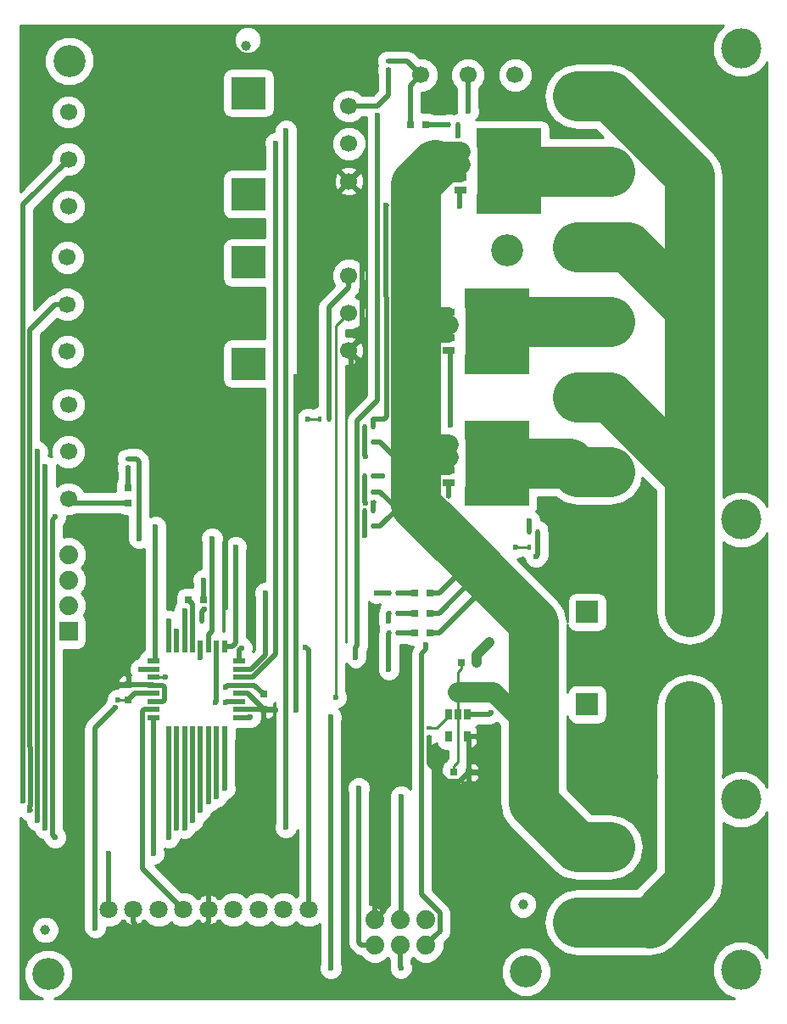
<source format=gtl>
G04 #@! TF.FileFunction,Copper,L1,Top,Signal*
%FSLAX46Y46*%
G04 Gerber Fmt 4.6, Leading zero omitted, Abs format (unit mm)*
G04 Created by KiCad (PCBNEW 4.0.2+dfsg1-stable) date Sat 10 Jun 2017 09:46:08 PM MDT*
%MOMM*%
G01*
G04 APERTURE LIST*
%ADD10C,0.100000*%
%ADD11C,1.700000*%
%ADD12R,0.750000X0.800000*%
%ADD13R,0.800000X0.750000*%
%ADD14R,0.797560X0.797560*%
%ADD15R,2.200000X2.200000*%
%ADD16R,3.200000X3.200000*%
%ADD17R,1.270000X0.558800*%
%ADD18R,0.558800X1.270000*%
%ADD19C,1.879600*%
%ADD20R,1.879600X1.879600*%
%ADD21C,2.500000*%
%ADD22C,4.000000*%
%ADD23C,1.800000*%
%ADD24R,0.400000X0.600000*%
%ADD25R,0.600000X0.400000*%
%ADD26R,3.400000X3.200000*%
%ADD27R,0.650000X1.060000*%
%ADD28R,1.000000X1.000000*%
%ADD29R,1.000000X1.400000*%
%ADD30R,1.150000X0.700000*%
%ADD31R,1.550000X4.700000*%
%ADD32R,3.300000X4.200000*%
%ADD33R,0.500000X0.500000*%
%ADD34R,3.300000X0.600000*%
%ADD35C,3.200000*%
%ADD36C,0.998220*%
%ADD37C,0.600000*%
%ADD38C,0.500000*%
%ADD39C,5.000000*%
%ADD40C,0.250000*%
%ADD41C,2.000000*%
%ADD42C,1.000000*%
%ADD43C,0.254000*%
G04 APERTURE END LIST*
D10*
D11*
X55300000Y-85200000D03*
X55300000Y-75800000D03*
X55300000Y-80500000D03*
D12*
X74800000Y-106200000D03*
X74800000Y-104700000D03*
D11*
X90500000Y-42900000D03*
X99900000Y-42900000D03*
X95200000Y-42900000D03*
D13*
X68800000Y-95300000D03*
X67300000Y-95300000D03*
D12*
X61300000Y-103750000D03*
X61300000Y-105250000D03*
D13*
X94550000Y-101500000D03*
X96050000Y-101500000D03*
X93800000Y-112500000D03*
X95300000Y-112500000D03*
D14*
X89920878Y-94612208D03*
X91419478Y-94612208D03*
X89920878Y-96612208D03*
X91419478Y-96612208D03*
X89920878Y-98612208D03*
X91419478Y-98612208D03*
X90949300Y-47900000D03*
X89450700Y-47900000D03*
X61300000Y-84100000D03*
X61300000Y-85598600D03*
D15*
X107100000Y-105700000D03*
D16*
X117300000Y-105700000D03*
X117300000Y-96500000D03*
D15*
X107100000Y-96500000D03*
D17*
X63808520Y-101408320D03*
X63808520Y-102208420D03*
X63808520Y-103008520D03*
X63808520Y-103808620D03*
X63808520Y-104606180D03*
X63808520Y-105406280D03*
X63808520Y-106206380D03*
X63808520Y-107006480D03*
D18*
X65302040Y-108500000D03*
X66102140Y-108500000D03*
X66902240Y-108500000D03*
X67702340Y-108500000D03*
X68499900Y-108500000D03*
X69300000Y-108500000D03*
X70100100Y-108500000D03*
X70900200Y-108500000D03*
D17*
X72393720Y-107006480D03*
X72393720Y-106206380D03*
X72393720Y-105406280D03*
X72393720Y-104606180D03*
X72393720Y-103808620D03*
X72393720Y-103008520D03*
X72393720Y-102208420D03*
X72393720Y-101408320D03*
D18*
X70900200Y-99914800D03*
X70100100Y-99914800D03*
X69300000Y-99914800D03*
X68499900Y-99914800D03*
X67702340Y-99914800D03*
X66902240Y-99914800D03*
X66102140Y-99914800D03*
X65302040Y-99914800D03*
D19*
X85920000Y-129740000D03*
X85920000Y-127200000D03*
X88460000Y-129740000D03*
X88460000Y-127200000D03*
X91000000Y-129740000D03*
X91000000Y-127200000D03*
D20*
X55300000Y-98400000D03*
D19*
X55300000Y-95860000D03*
X55300000Y-93320000D03*
X55300000Y-90780000D03*
D21*
X109344000Y-127448000D03*
X109344000Y-119948000D03*
X106144000Y-127448000D03*
X106144000Y-119948000D03*
D22*
X122444000Y-115208000D03*
X122444000Y-132208000D03*
X122474000Y-40274000D03*
D21*
X106144000Y-45024000D03*
X106144000Y-52524000D03*
X106144000Y-60024000D03*
X106144000Y-67524000D03*
X106144000Y-75024000D03*
X106144000Y-82524000D03*
X109344000Y-82524000D03*
X109344000Y-75024000D03*
X109344000Y-67524000D03*
X109344000Y-60024000D03*
X109344000Y-52524000D03*
X109344000Y-45024000D03*
D22*
X122474000Y-87274000D03*
D23*
X79300000Y-126200000D03*
X76800000Y-126200000D03*
X59300000Y-126200000D03*
X61800000Y-126200000D03*
X74300000Y-126200000D03*
X64300000Y-126200000D03*
X66800000Y-126200000D03*
X71800000Y-126200000D03*
X69300000Y-126200000D03*
D24*
X101300000Y-88500000D03*
X102200000Y-88500000D03*
X102200000Y-90000000D03*
X101300000Y-90000000D03*
D25*
X91300000Y-108050000D03*
X91300000Y-108950000D03*
D24*
X67700000Y-97400000D03*
X68600000Y-97400000D03*
X87319478Y-94612208D03*
X88219478Y-94612208D03*
X87319478Y-96612208D03*
X88219478Y-96612208D03*
X87319478Y-98612208D03*
X88219478Y-98612208D03*
X94200000Y-47900000D03*
X93300000Y-47900000D03*
D25*
X61300000Y-81200000D03*
X61300000Y-82100000D03*
D24*
X84850000Y-79500000D03*
X85750000Y-79500000D03*
X84850000Y-84500000D03*
X85750000Y-84500000D03*
X84850000Y-87900000D03*
X85750000Y-87900000D03*
X85750000Y-78000000D03*
X84850000Y-78000000D03*
X85750000Y-82950000D03*
X84850000Y-82950000D03*
X85750000Y-86400000D03*
X84850000Y-86400000D03*
D25*
X87300000Y-42400000D03*
X87300000Y-41500000D03*
D24*
X81300000Y-77200000D03*
X80400000Y-77200000D03*
D26*
X73300000Y-71700000D03*
D11*
X83300000Y-66650000D03*
X83300000Y-62900000D03*
X83300000Y-70400000D03*
D26*
X73300000Y-61600000D03*
X73300000Y-54800000D03*
D11*
X83300000Y-49750000D03*
X83300000Y-46000000D03*
X83300000Y-53500000D03*
D26*
X73300000Y-44700000D03*
D11*
X55200000Y-70500000D03*
X55200000Y-61100000D03*
X55200000Y-65800000D03*
X55300000Y-56000000D03*
X55300000Y-46600000D03*
X55300000Y-51300000D03*
D27*
X95166000Y-106700000D03*
X94216000Y-106700000D03*
X93266000Y-106700000D03*
X93266000Y-108900000D03*
X95166000Y-108900000D03*
D28*
X102000000Y-53550000D03*
D29*
X102000000Y-52500000D03*
D28*
X102000000Y-49650000D03*
X102000000Y-51450000D03*
X102000000Y-54450000D03*
X102000000Y-50550000D03*
X102000000Y-55250000D03*
X102000000Y-48750000D03*
X101100000Y-48750000D03*
X99300000Y-48750000D03*
X100200000Y-48750000D03*
X97500000Y-48750000D03*
X96600000Y-48750000D03*
X98400000Y-48750000D03*
X102000000Y-56250000D03*
X100200000Y-56250000D03*
X96600000Y-56250000D03*
X98400000Y-56250000D03*
X99300000Y-56250000D03*
X97500000Y-56250000D03*
X101100000Y-56250000D03*
X101200000Y-53550000D03*
X101200000Y-51450000D03*
D29*
X101200000Y-52500000D03*
D28*
X101200000Y-50550000D03*
X99300000Y-49650000D03*
X98400000Y-49650000D03*
X97500000Y-49650000D03*
X101100000Y-49650000D03*
D30*
X94475000Y-51865000D03*
X94475000Y-50595000D03*
X94475000Y-53135000D03*
D31*
X99950000Y-52500000D03*
D32*
X97750000Y-52500000D03*
D30*
X94475000Y-54405000D03*
D28*
X96600000Y-55350000D03*
X97500000Y-55350000D03*
X98400000Y-55350000D03*
X99300000Y-55350000D03*
X100200000Y-55350000D03*
X101100000Y-55350000D03*
X101200000Y-54450000D03*
X96600000Y-49650000D03*
X100200000Y-49650000D03*
D33*
X99050000Y-54750000D03*
X99050000Y-50250000D03*
D34*
X97750000Y-54700000D03*
X97750000Y-50300000D03*
D28*
X100800000Y-69550000D03*
D29*
X100800000Y-68500000D03*
D28*
X100800000Y-65650000D03*
X100800000Y-67450000D03*
X100800000Y-70450000D03*
X100800000Y-66550000D03*
X100800000Y-71250000D03*
X100800000Y-64750000D03*
X99900000Y-64750000D03*
X98100000Y-64750000D03*
X99000000Y-64750000D03*
X96300000Y-64750000D03*
X95400000Y-64750000D03*
X97200000Y-64750000D03*
X100800000Y-72250000D03*
X99000000Y-72250000D03*
X95400000Y-72250000D03*
X97200000Y-72250000D03*
X98100000Y-72250000D03*
X96300000Y-72250000D03*
X99900000Y-72250000D03*
X100000000Y-69550000D03*
X100000000Y-67450000D03*
D29*
X100000000Y-68500000D03*
D28*
X100000000Y-66550000D03*
X98100000Y-65650000D03*
X97200000Y-65650000D03*
X96300000Y-65650000D03*
X99900000Y-65650000D03*
D30*
X93275000Y-67865000D03*
X93275000Y-66595000D03*
X93275000Y-69135000D03*
D31*
X98750000Y-68500000D03*
D32*
X96550000Y-68500000D03*
D30*
X93275000Y-70405000D03*
D28*
X95400000Y-71350000D03*
X96300000Y-71350000D03*
X97200000Y-71350000D03*
X98100000Y-71350000D03*
X99000000Y-71350000D03*
X99900000Y-71350000D03*
X100000000Y-70450000D03*
X95400000Y-65650000D03*
X99000000Y-65650000D03*
D33*
X97850000Y-70750000D03*
X97850000Y-66250000D03*
D34*
X96550000Y-70700000D03*
X96550000Y-66300000D03*
D28*
X100800000Y-82700000D03*
D29*
X100800000Y-81650000D03*
D28*
X100800000Y-78800000D03*
X100800000Y-80600000D03*
X100800000Y-83600000D03*
X100800000Y-79700000D03*
X100800000Y-84400000D03*
X100800000Y-77900000D03*
X99900000Y-77900000D03*
X98100000Y-77900000D03*
X99000000Y-77900000D03*
X96300000Y-77900000D03*
X95400000Y-77900000D03*
X97200000Y-77900000D03*
X100800000Y-85400000D03*
X99000000Y-85400000D03*
X95400000Y-85400000D03*
X97200000Y-85400000D03*
X98100000Y-85400000D03*
X96300000Y-85400000D03*
X99900000Y-85400000D03*
X100000000Y-82700000D03*
X100000000Y-80600000D03*
D29*
X100000000Y-81650000D03*
D28*
X100000000Y-79700000D03*
X98100000Y-78800000D03*
X97200000Y-78800000D03*
X96300000Y-78800000D03*
X99900000Y-78800000D03*
D30*
X93275000Y-81015000D03*
X93275000Y-79745000D03*
X93275000Y-82285000D03*
D31*
X98750000Y-81650000D03*
D32*
X96550000Y-81650000D03*
D30*
X93275000Y-83555000D03*
D28*
X95400000Y-84500000D03*
X96300000Y-84500000D03*
X97200000Y-84500000D03*
X98100000Y-84500000D03*
X99000000Y-84500000D03*
X99900000Y-84500000D03*
X100000000Y-83600000D03*
X95400000Y-78800000D03*
X99000000Y-78800000D03*
D33*
X97850000Y-83900000D03*
X97850000Y-79400000D03*
D34*
X96550000Y-83850000D03*
X96550000Y-79450000D03*
D35*
X55400000Y-41500000D03*
X99100000Y-60400000D03*
X53300000Y-132600000D03*
X101000000Y-132400000D03*
D36*
X100700000Y-125700000D03*
X53000000Y-128200000D03*
X73000000Y-40000000D03*
D37*
X71000000Y-104000000D03*
X95185002Y-91000000D03*
X101748000Y-108500000D03*
X79200000Y-77200000D03*
X100000000Y-90000000D03*
X60250000Y-105250000D03*
X65000000Y-103000000D03*
X84000000Y-101000000D03*
X68500000Y-101000000D03*
X86200000Y-46900000D03*
X95200000Y-46500000D03*
X68800000Y-93300000D03*
X91000000Y-99800000D03*
X67702340Y-98600000D03*
X83500000Y-73000000D03*
X78000000Y-73000000D03*
X78000000Y-106249990D03*
X76000000Y-106249990D03*
X71000000Y-96000000D03*
X68899991Y-96175002D03*
X91300000Y-111000000D03*
X74800000Y-107800000D03*
X97500000Y-106500000D03*
X117300000Y-87400000D03*
X101300000Y-87400000D03*
X97300000Y-99500000D03*
X64000000Y-88000000D03*
X84900000Y-88850000D03*
X87300000Y-102200000D03*
X62500000Y-102200000D03*
X59300000Y-120600000D03*
X63800000Y-120600000D03*
X65302040Y-119000000D03*
X54000000Y-119000000D03*
X54000000Y-87000000D03*
X84949999Y-85599998D03*
X66099997Y-118050010D03*
X52949991Y-118050010D03*
X52949991Y-118050010D03*
X53000000Y-82000000D03*
X85000000Y-81000000D03*
X66900000Y-118050010D03*
X77000000Y-118000000D03*
X77050001Y-48449999D03*
X94200000Y-49000000D03*
X67702340Y-117297660D03*
X52200000Y-117300000D03*
X52200000Y-80500000D03*
X51449990Y-116300000D03*
X68499900Y-116299900D03*
X69300000Y-115400000D03*
X50749989Y-115349989D03*
X88500000Y-114900000D03*
X70100000Y-114900000D03*
X84300000Y-114100000D03*
X70900000Y-114100000D03*
X73500000Y-107000000D03*
X81500000Y-107000000D03*
X81500000Y-132000000D03*
X88500000Y-132000000D03*
X82000000Y-105000000D03*
X71000000Y-105500000D03*
X76000000Y-49700000D03*
X75000000Y-94600000D03*
X86100000Y-94600000D03*
X79000000Y-100000000D03*
X72582464Y-100066894D03*
X72000000Y-90000000D03*
X102000000Y-91000000D03*
X58000000Y-128000000D03*
X59997018Y-106008948D03*
X70000000Y-105500000D03*
X62339999Y-89139999D03*
X69650001Y-89139999D03*
X66900000Y-96400000D03*
X66100000Y-98400000D03*
X87300000Y-97400000D03*
X65300000Y-97400000D03*
X86999989Y-55900000D03*
X94400000Y-56000000D03*
X93400000Y-77800000D03*
X86700000Y-82900000D03*
X93310356Y-84882698D03*
X85750000Y-85600000D03*
D38*
X72393720Y-103808620D02*
X71191380Y-103808620D01*
X71191380Y-103808620D02*
X71000000Y-104000000D01*
D39*
X89999999Y-72915001D02*
X89999999Y-69000000D01*
X89999999Y-69000000D02*
X89999999Y-53765001D01*
D40*
X93275000Y-69135000D02*
X90134999Y-69135000D01*
X90134999Y-69135000D02*
X89999999Y-69000000D01*
D39*
X97200000Y-93014998D02*
X95185002Y-91000000D01*
X95185002Y-91000000D02*
X89999999Y-85814997D01*
D40*
X101748000Y-97562998D02*
X95185002Y-91000000D01*
X80400000Y-77200000D02*
X79200000Y-77200000D01*
X101300000Y-90000000D02*
X100000000Y-90000000D01*
X61300000Y-105250000D02*
X60250000Y-105250000D01*
X64991480Y-103008520D02*
X65000000Y-103000000D01*
X63808520Y-103008520D02*
X64991480Y-103008520D01*
D38*
X72393720Y-103808620D02*
X73908620Y-103808620D01*
X73908620Y-103808620D02*
X74800000Y-104700000D01*
X63808520Y-104606180D02*
X61943820Y-104606180D01*
X61943820Y-104606180D02*
X61300000Y-105250000D01*
X61300000Y-85598600D02*
X55698600Y-85598600D01*
X55698600Y-85598600D02*
X55300000Y-85200000D01*
X90500000Y-42900000D02*
X89100000Y-41500000D01*
X89100000Y-41500000D02*
X87300000Y-41500000D01*
X89450700Y-47900000D02*
X89450700Y-43949300D01*
X89450700Y-43949300D02*
X90500000Y-42900000D01*
D39*
X89999999Y-84500000D02*
X89999999Y-82800000D01*
X89999999Y-82800000D02*
X89999999Y-80915001D01*
D38*
X85750000Y-79500000D02*
X86450000Y-79500000D01*
X86450000Y-79500000D02*
X89750000Y-82800000D01*
X89750000Y-82800000D02*
X89999999Y-82800000D01*
X85750000Y-84500000D02*
X86450000Y-84500000D01*
X86450000Y-84500000D02*
X87764997Y-85814997D01*
X87764997Y-85814997D02*
X89999999Y-85814997D01*
D39*
X89999999Y-80314999D02*
X89999999Y-79500000D01*
X89999999Y-79500000D02*
X89999999Y-72915001D01*
D38*
X85750000Y-87900000D02*
X86450000Y-87900000D01*
X86450000Y-87900000D02*
X89850000Y-84500000D01*
X89850000Y-84500000D02*
X89999999Y-84500000D01*
X89314996Y-86500000D02*
X89999999Y-85814997D01*
D39*
X89999999Y-85814997D02*
X89999999Y-84500000D01*
D38*
X91419478Y-94612208D02*
X92318258Y-94612208D01*
X92318258Y-94612208D02*
X93915468Y-93014998D01*
X93915468Y-93014998D02*
X97200000Y-93014998D01*
X91419478Y-96612208D02*
X92318258Y-96612208D01*
X92318258Y-96612208D02*
X95915468Y-93014998D01*
X95915468Y-93014998D02*
X97200000Y-93014998D01*
D39*
X101748000Y-97562998D02*
X97200000Y-93014998D01*
D38*
X91419478Y-98612208D02*
X92318258Y-98612208D01*
X92318258Y-98612208D02*
X97200000Y-93730466D01*
X97200000Y-93730466D02*
X97200000Y-93014998D01*
D40*
X74800000Y-104675000D02*
X74800000Y-104700000D01*
D39*
X101748000Y-108500000D02*
X101748000Y-115552000D01*
X101748000Y-115552000D02*
X106144000Y-119948000D01*
D40*
X94216000Y-104500000D02*
X94216000Y-105920000D01*
X94216000Y-102459000D02*
X94216000Y-104500000D01*
D39*
X101748000Y-108500000D02*
X101748000Y-97562998D01*
D41*
X94216000Y-104500000D02*
X97748000Y-104500000D01*
X97748000Y-104500000D02*
X101748000Y-108500000D01*
D40*
X93800000Y-112500000D02*
X93800000Y-111875000D01*
X93800000Y-111875000D02*
X94216000Y-111459000D01*
X94216000Y-111459000D02*
X94216000Y-107480000D01*
X94216000Y-107480000D02*
X94216000Y-106700000D01*
X94550000Y-101500000D02*
X94550000Y-102125000D01*
X94550000Y-102125000D02*
X94216000Y-102459000D01*
X94216000Y-105920000D02*
X94216000Y-106700000D01*
D39*
X89999999Y-80915001D02*
X90300000Y-80615000D01*
X90700000Y-81015000D02*
X90300000Y-80615000D01*
X89999999Y-53765001D02*
X91900000Y-51865000D01*
D41*
X93275000Y-79745000D02*
X90545000Y-79745000D01*
X90545000Y-79745000D02*
X90300000Y-79500000D01*
X93275000Y-81015000D02*
X90700000Y-81015000D01*
X90300000Y-80615000D02*
X90300000Y-79500000D01*
D42*
X90300000Y-80885000D02*
X90300000Y-79500000D01*
X93275000Y-82285000D02*
X91700000Y-82285000D01*
X91700000Y-82285000D02*
X90300000Y-80885000D01*
X93275000Y-82285000D02*
X93275000Y-79745000D01*
D41*
X93275000Y-67865000D02*
X90700000Y-67865000D01*
X90700000Y-67865000D02*
X90300000Y-67465000D01*
D42*
X93275000Y-69135000D02*
X92665000Y-69135000D01*
X92665000Y-69135000D02*
X91205000Y-67675000D01*
X91205000Y-67675000D02*
X91205000Y-66595000D01*
X93275000Y-66595000D02*
X91205000Y-66595000D01*
X94475000Y-53135000D02*
X92900000Y-53135000D01*
X92900000Y-53135000D02*
X91900000Y-52135000D01*
X91900000Y-52135000D02*
X91900000Y-51865000D01*
X94475000Y-53135000D02*
X94475000Y-50595000D01*
D41*
X91300000Y-51195000D02*
X91300000Y-51265000D01*
X91300000Y-51265000D02*
X91900000Y-51865000D01*
X91900000Y-51865000D02*
X94475000Y-51865000D01*
X94475000Y-50595000D02*
X91900000Y-50595000D01*
X91900000Y-50595000D02*
X91300000Y-51195000D01*
D39*
X109344000Y-119948000D02*
X106144000Y-119948000D01*
D38*
X84000000Y-101000000D02*
X84000000Y-99999980D01*
X84000000Y-99999980D02*
X84149990Y-99849990D01*
X68499900Y-99914800D02*
X68499900Y-100999900D01*
X68499900Y-100999900D02*
X68500000Y-101000000D01*
X86200000Y-46900000D02*
X86200000Y-75339998D01*
X86200000Y-75339998D02*
X84149990Y-77390008D01*
X84149990Y-77390008D02*
X84149990Y-99849990D01*
X95200000Y-44102081D02*
X95200000Y-46500000D01*
X95200000Y-42900000D02*
X95200000Y-44102081D01*
X68800000Y-95300000D02*
X68800000Y-93300000D01*
X91000000Y-99800000D02*
X91000000Y-100224264D01*
X91000000Y-100224264D02*
X90549999Y-100674265D01*
X90549999Y-100674265D02*
X90549999Y-124693093D01*
X90549999Y-124693093D02*
X92389801Y-126532895D01*
X92389801Y-126532895D02*
X92389801Y-128350199D01*
X92389801Y-128350199D02*
X91939799Y-128800201D01*
X91939799Y-128800201D02*
X91000000Y-129740000D01*
X67702340Y-98600000D02*
X67702340Y-97402340D01*
X67702340Y-99914800D02*
X67702340Y-98600000D01*
X67700000Y-97400000D02*
X67700000Y-95700000D01*
X67700000Y-95700000D02*
X67300000Y-95300000D01*
X67700000Y-97300000D02*
X67700000Y-97400000D01*
X67702340Y-97402340D02*
X67700000Y-97400000D01*
X83500000Y-73000000D02*
X83500000Y-70600000D01*
X83500000Y-70600000D02*
X83300000Y-70400000D01*
X78000000Y-106249990D02*
X78000000Y-73000000D01*
X74800000Y-106200000D02*
X75950010Y-106200000D01*
X75950010Y-106200000D02*
X76000000Y-106249990D01*
X71000000Y-96000000D02*
X71000000Y-86500000D01*
X64893521Y-103966779D02*
X64893521Y-105245581D01*
X63808520Y-103808620D02*
X64735362Y-103808620D01*
X64735362Y-103808620D02*
X64893521Y-103966779D01*
X64893521Y-105245581D02*
X64732822Y-105406280D01*
X64732822Y-105406280D02*
X63808520Y-105406280D01*
X61300000Y-103750000D02*
X63749900Y-103750000D01*
X63749900Y-103750000D02*
X63808520Y-103808620D01*
X58750000Y-103750000D02*
X58500000Y-104000000D01*
X61300000Y-103750000D02*
X58750000Y-103750000D01*
X69500000Y-128000000D02*
X69500000Y-128500000D01*
X69272792Y-127772792D02*
X69500000Y-128000000D01*
X69000000Y-127772792D02*
X69272792Y-127772792D01*
X69300000Y-126200000D02*
X69300000Y-127472792D01*
X69300000Y-127472792D02*
X69000000Y-127772792D01*
X62000000Y-127672792D02*
X62000000Y-129000000D01*
X61800000Y-126200000D02*
X61800000Y-127472792D01*
X61800000Y-127472792D02*
X62000000Y-127672792D01*
X69500000Y-124000000D02*
X69500000Y-123500000D01*
X69300000Y-124200000D02*
X69500000Y-124000000D01*
X69300000Y-126200000D02*
X69300000Y-124200000D01*
X71000000Y-96000000D02*
X71000000Y-95500000D01*
X86000000Y-125500000D02*
X86500000Y-126000000D01*
X86719598Y-126000000D02*
X86500000Y-126000000D01*
X86859799Y-125859799D02*
X86719598Y-126000000D01*
X85920000Y-127200000D02*
X86859799Y-126260201D01*
X86859799Y-126260201D02*
X86859799Y-125859799D01*
X85920000Y-127200000D02*
X85920000Y-125580000D01*
X68600000Y-97400000D02*
X68600000Y-96474993D01*
X68600000Y-96474993D02*
X68899991Y-96175002D01*
X96500000Y-112500000D02*
X97000000Y-112000000D01*
X95300000Y-112500000D02*
X96500000Y-112500000D01*
X91300000Y-108950000D02*
X91300000Y-111000000D01*
X91300000Y-111000000D02*
X91300000Y-111585002D01*
X74800000Y-106200000D02*
X74800000Y-107800000D01*
X72393720Y-104606180D02*
X73206180Y-104606180D01*
X73206180Y-104606180D02*
X74800000Y-106200000D01*
X72393720Y-106206380D02*
X74793620Y-106206380D01*
X74793620Y-106206380D02*
X74800000Y-106200000D01*
X83300000Y-53500000D02*
X84600001Y-54800001D01*
X84600001Y-54800001D02*
X84600001Y-69099999D01*
X84600001Y-69099999D02*
X84149999Y-69550001D01*
X84149999Y-69550001D02*
X83300000Y-70400000D01*
D40*
X74800000Y-106200000D02*
X74800000Y-106127460D01*
X72400100Y-106200000D02*
X72393720Y-106206380D01*
D38*
X95300000Y-112500000D02*
X95300000Y-109034000D01*
X95300000Y-109034000D02*
X95166000Y-108900000D01*
X91300000Y-111585002D02*
X93089998Y-113375000D01*
X93089998Y-113375000D02*
X94400000Y-113375000D01*
X94400000Y-113375000D02*
X95275000Y-112500000D01*
X95275000Y-112500000D02*
X95300000Y-112500000D01*
D40*
X95166000Y-112366000D02*
X95300000Y-112500000D01*
D39*
X106144000Y-75024000D02*
X109344000Y-75024000D01*
D38*
X95166000Y-106700000D02*
X97300000Y-106700000D01*
X97300000Y-106700000D02*
X97500000Y-106500000D01*
X101300000Y-88500000D02*
X101300000Y-87400000D01*
D42*
X96050000Y-101500000D02*
X96050000Y-100750000D01*
X96050000Y-100750000D02*
X97300000Y-99500000D01*
D39*
X106144000Y-60024000D02*
X109344000Y-60024000D01*
X117300000Y-89056002D02*
X117300000Y-82500000D01*
X117300000Y-82500000D02*
X117300000Y-67500000D01*
X109344000Y-75024000D02*
X116820000Y-82500000D01*
X116820000Y-82500000D02*
X117300000Y-82500000D01*
X117300000Y-67500000D02*
X117300000Y-52980000D01*
X109344000Y-60024000D02*
X111111766Y-60024000D01*
X111111766Y-60024000D02*
X117300000Y-66212234D01*
X117300000Y-66212234D02*
X117300000Y-67500000D01*
X117300000Y-52980000D02*
X109344000Y-45024000D01*
X117300000Y-96499998D02*
X117300000Y-89500000D01*
X109344000Y-45024000D02*
X106144000Y-45024000D01*
D38*
X88219478Y-94612208D02*
X89920878Y-94612208D01*
X88219478Y-96612208D02*
X89920878Y-96612208D01*
X89920878Y-98612208D02*
X88219478Y-98612208D01*
X93300000Y-47900000D02*
X90949300Y-47900000D01*
X61300000Y-84100000D02*
X61300000Y-82100000D01*
D39*
X117300000Y-105900000D02*
X117300000Y-112500000D01*
X117300000Y-113256000D02*
X117300000Y-123500000D01*
X117300000Y-123500000D02*
X113300000Y-127500000D01*
X113248000Y-127448000D02*
X109344000Y-127448000D01*
X113300000Y-127500000D02*
X113248000Y-127448000D01*
X109344000Y-127448000D02*
X106144000Y-127448000D01*
D38*
X64000000Y-88000000D02*
X64000000Y-101216840D01*
X64000000Y-101216840D02*
X63808520Y-101408320D01*
X84850000Y-87900000D02*
X84900000Y-88850000D01*
X84850000Y-88850000D02*
X84900000Y-88850000D01*
X84850000Y-87900000D02*
X84850000Y-86400000D01*
X87300000Y-102200000D02*
X87300000Y-98631686D01*
X87300000Y-98631686D02*
X87319478Y-98612208D01*
X63808520Y-102208420D02*
X62508420Y-102208420D01*
X62508420Y-102208420D02*
X62500000Y-102200000D01*
X63808520Y-106206380D02*
X62884218Y-106206380D01*
X62884218Y-106206380D02*
X62723519Y-106367079D01*
X62723519Y-106367079D02*
X62723519Y-122123519D01*
X62723519Y-122123519D02*
X65900001Y-125300001D01*
X65900001Y-125300001D02*
X66800000Y-126200000D01*
X59300000Y-120600000D02*
X59300000Y-126200000D01*
X63808520Y-107006480D02*
X63808520Y-120591480D01*
X63808520Y-120591480D02*
X63800000Y-120600000D01*
X65302040Y-108500000D02*
X65302040Y-119000000D01*
X54000000Y-87000000D02*
X53700001Y-87299999D01*
X53700001Y-87299999D02*
X53700001Y-118700001D01*
X53700001Y-118700001D02*
X54000000Y-119000000D01*
X84850000Y-84500000D02*
X84850000Y-85499999D01*
X84850000Y-85499999D02*
X84949999Y-85599998D01*
X84850000Y-82950000D02*
X84850000Y-84500000D01*
X66102140Y-108500000D02*
X66099997Y-118050010D01*
X53000000Y-82000000D02*
X52949991Y-118050010D01*
X53000000Y-118000000D02*
X53000000Y-118000001D01*
X53000000Y-118000001D02*
X52949991Y-118050010D01*
X84850000Y-79500000D02*
X84850000Y-80850000D01*
X84850000Y-80850000D02*
X85000000Y-81000000D01*
X84850000Y-78000000D02*
X84850000Y-79500000D01*
X66900000Y-109300000D02*
X66900000Y-118050010D01*
X66900000Y-118050010D02*
X66900000Y-117800000D01*
X77050001Y-48449999D02*
X77050001Y-117949999D01*
X77050001Y-117949999D02*
X77000000Y-118000000D01*
X94200000Y-47900000D02*
X94200000Y-49000000D01*
X66902240Y-108500000D02*
X66902240Y-109297760D01*
X66902240Y-109297760D02*
X66900000Y-109300000D01*
X52200000Y-108500000D02*
X52200000Y-117300000D01*
X67702340Y-108500000D02*
X67702340Y-117297660D01*
X52200000Y-80500000D02*
X52200000Y-108500000D01*
X51449999Y-109949999D02*
X51499990Y-109999990D01*
X51499990Y-109999990D02*
X51499990Y-115825736D01*
X51499990Y-115825736D02*
X51449990Y-115875736D01*
X51449990Y-115875736D02*
X51449990Y-116300000D01*
X55200000Y-65800000D02*
X53997919Y-65800000D01*
X53997919Y-65800000D02*
X51449999Y-68347920D01*
X51449999Y-68347920D02*
X51449999Y-109949999D01*
X51499990Y-116250000D02*
X51449990Y-116300000D01*
X68499900Y-108500000D02*
X68499900Y-116299900D01*
X55300000Y-51300000D02*
X50749989Y-55850011D01*
X50749989Y-55850011D02*
X50749989Y-115349989D01*
X69300000Y-108500000D02*
X69300000Y-115400000D01*
X88500000Y-116200000D02*
X88500000Y-117200000D01*
X88500000Y-117200000D02*
X88500000Y-127160000D01*
X88500000Y-114900000D02*
X88500000Y-117200000D01*
X70100100Y-108500000D02*
X70100100Y-114899900D01*
X70100100Y-114899900D02*
X70100000Y-114900000D01*
X88500000Y-127160000D02*
X88460000Y-127200000D01*
X84300000Y-114100000D02*
X84300000Y-129449077D01*
X84300000Y-129449077D02*
X84590923Y-129740000D01*
X70900000Y-109635200D02*
X70900000Y-114100000D01*
X70900200Y-108500000D02*
X70900200Y-109635000D01*
X70900200Y-109635000D02*
X70900000Y-109635200D01*
X85920000Y-129740000D02*
X84590923Y-129740000D01*
X84590923Y-129740000D02*
X84400000Y-129549077D01*
X72393720Y-107006480D02*
X73493520Y-107006480D01*
X73493520Y-107006480D02*
X73500000Y-107000000D01*
X81500000Y-132000000D02*
X81500000Y-107000000D01*
X88460000Y-129740000D02*
X88460000Y-131960000D01*
X88460000Y-131960000D02*
X88500000Y-132000000D01*
D40*
X83300000Y-66650000D02*
X82000000Y-67950000D01*
X82000000Y-67950000D02*
X82000000Y-69960998D01*
X82000000Y-69960998D02*
X82000000Y-105000000D01*
D38*
X72393720Y-105406280D02*
X71093720Y-105406280D01*
X71093720Y-105406280D02*
X71000000Y-105500000D01*
X76000000Y-49700000D02*
X76000000Y-100727103D01*
X76000000Y-100727103D02*
X73718583Y-103008520D01*
X73718583Y-103008520D02*
X73528720Y-103008520D01*
X73528720Y-103008520D02*
X72393720Y-103008520D01*
X75000000Y-94600000D02*
X75000000Y-100737140D01*
X75000000Y-100737140D02*
X73528720Y-102208420D01*
X73528720Y-102208420D02*
X72393720Y-102208420D01*
X87319478Y-94612208D02*
X86112208Y-94612208D01*
X86112208Y-94612208D02*
X86100000Y-94600000D01*
X79000000Y-100000000D02*
X79300000Y-100300000D01*
X79300000Y-100300000D02*
X79300000Y-126200000D01*
X72393720Y-101408320D02*
X72393720Y-100255638D01*
X72393720Y-100255638D02*
X72582464Y-100066894D01*
X72000000Y-90000000D02*
X72000000Y-99594400D01*
X72000000Y-99594400D02*
X71679600Y-99914800D01*
X71679600Y-99914800D02*
X70900200Y-99914800D01*
X102200000Y-90000000D02*
X102200000Y-90800000D01*
X102200000Y-90800000D02*
X102000000Y-91000000D01*
X102200000Y-88500000D02*
X102200000Y-90000000D01*
X59997018Y-106008948D02*
X57949999Y-108055967D01*
X57949999Y-108055967D02*
X57949999Y-127949999D01*
X57949999Y-127949999D02*
X58000000Y-128000000D01*
X70100100Y-99914800D02*
X70100100Y-105399900D01*
X70100100Y-105399900D02*
X70000000Y-105500000D01*
X62339999Y-89139999D02*
X62339999Y-81439999D01*
X62339999Y-81439999D02*
X62100000Y-81200000D01*
X62100000Y-81200000D02*
X61300000Y-81200000D01*
X69650001Y-89139999D02*
X69650001Y-98429799D01*
X69650001Y-98429799D02*
X69300000Y-98779800D01*
X69300000Y-98779800D02*
X69300000Y-99914800D01*
X66902240Y-99914800D02*
X66902240Y-96402240D01*
X66902240Y-96402240D02*
X66900000Y-96400000D01*
X66102140Y-99914800D02*
X66102140Y-98402140D01*
X66102140Y-98402140D02*
X66100000Y-98400000D01*
X87300000Y-97400000D02*
X87300000Y-96631686D01*
X87300000Y-96631686D02*
X87319478Y-96612208D01*
X65302040Y-99914800D02*
X65302040Y-97402040D01*
X65302040Y-97402040D02*
X65300000Y-97400000D01*
X106144000Y-52524000D02*
X109344000Y-52524000D01*
X97750000Y-50300000D02*
X99950000Y-52500000D01*
X97500000Y-49650000D02*
X97500000Y-52250000D01*
X97500000Y-52250000D02*
X97750000Y-52500000D01*
X101200000Y-50550000D02*
X101200000Y-51450000D01*
X102000000Y-55250000D02*
X102000000Y-54450000D01*
X101100000Y-56250000D02*
X101100000Y-56150000D01*
X101100000Y-56150000D02*
X102000000Y-55250000D01*
X97750000Y-54700000D02*
X97750000Y-55100000D01*
X97750000Y-55100000D02*
X97500000Y-55350000D01*
X99300000Y-55350000D02*
X98400000Y-55350000D01*
X98400000Y-55350000D02*
X97750000Y-54700000D01*
X100200000Y-55350000D02*
X100200000Y-52750000D01*
X100200000Y-52750000D02*
X99950000Y-52500000D01*
X99300000Y-56250000D02*
X100200000Y-56250000D01*
X98400000Y-56250000D02*
X99300000Y-56250000D01*
X98400000Y-55350000D02*
X98400000Y-56250000D01*
X97500000Y-55350000D02*
X97500000Y-56250000D01*
X99950000Y-52500000D02*
X99950000Y-54700000D01*
X99950000Y-54700000D02*
X99300000Y-55350000D01*
X97750000Y-50300000D02*
X98650000Y-50300000D01*
X98650000Y-50300000D02*
X99300000Y-49650000D01*
X97500000Y-49650000D02*
X97500000Y-50050000D01*
X97500000Y-50050000D02*
X97750000Y-50300000D01*
X97500000Y-49650000D02*
X96600000Y-49650000D01*
X97500000Y-48750000D02*
X97500000Y-49650000D01*
X98400000Y-49650000D02*
X98400000Y-48750000D01*
X99300000Y-49650000D02*
X98400000Y-49650000D01*
X99300000Y-48750000D02*
X99300000Y-49650000D01*
X100200000Y-48750000D02*
X99300000Y-48750000D01*
X101100000Y-48750000D02*
X100200000Y-48750000D01*
X100200000Y-49650000D02*
X100200000Y-48750000D01*
X102000000Y-49650000D02*
X101100000Y-49650000D01*
X102000000Y-51450000D02*
X102000000Y-49650000D01*
X102000000Y-52500000D02*
X102000000Y-51450000D01*
X101200000Y-50550000D02*
X102000000Y-50550000D01*
X102000000Y-51450000D02*
X101200000Y-51450000D01*
X101200000Y-52500000D02*
X102000000Y-52500000D01*
X101200000Y-53550000D02*
X101200000Y-54450000D01*
X102000000Y-53550000D02*
X101200000Y-53550000D01*
X102000000Y-54450000D02*
X102000000Y-53550000D01*
X101200000Y-53550000D02*
X101200000Y-53650000D01*
X101200000Y-53650000D02*
X102000000Y-54450000D01*
X101200000Y-54450000D02*
X99700000Y-54450000D01*
X99700000Y-54450000D02*
X97750000Y-52500000D01*
X96600000Y-55350000D02*
X96600000Y-53650000D01*
X96600000Y-53650000D02*
X97750000Y-52500000D01*
X96600000Y-48750000D02*
X96600000Y-49650000D01*
D39*
X99950000Y-52500000D02*
X109320000Y-52500000D01*
X109320000Y-52500000D02*
X109344000Y-52524000D01*
D38*
X96550000Y-66300000D02*
X96550000Y-65900000D01*
X96550000Y-65900000D02*
X96300000Y-65650000D01*
X96300000Y-65650000D02*
X96300000Y-68250000D01*
X96300000Y-68250000D02*
X96550000Y-68500000D01*
X96550000Y-70700000D02*
X96550000Y-71100000D01*
X96550000Y-71100000D02*
X96300000Y-71350000D01*
X98100000Y-71350000D02*
X98100000Y-65650000D01*
X99000000Y-71350000D02*
X98100000Y-71350000D01*
X98100000Y-71350000D02*
X98100000Y-70050000D01*
X98100000Y-70050000D02*
X96550000Y-68500000D01*
X95400000Y-72250000D02*
X95400000Y-71350000D01*
X96300000Y-72250000D02*
X95400000Y-72250000D01*
X96300000Y-71350000D02*
X96300000Y-72250000D01*
X97200000Y-71350000D02*
X96300000Y-71350000D01*
X97200000Y-72250000D02*
X97200000Y-71350000D01*
X98100000Y-72250000D02*
X97200000Y-72250000D01*
X98100000Y-71350000D02*
X98100000Y-72250000D01*
X99000000Y-71350000D02*
X99900000Y-71350000D01*
X99000000Y-72250000D02*
X99000000Y-71350000D01*
X99900000Y-72250000D02*
X100800000Y-72250000D01*
X99900000Y-71350000D02*
X99900000Y-72250000D01*
X100800000Y-71250000D02*
X100000000Y-71250000D01*
X100000000Y-71250000D02*
X99900000Y-71350000D01*
X97200000Y-65650000D02*
X97200000Y-67850000D01*
X97200000Y-67850000D02*
X96550000Y-68500000D01*
X98100000Y-65650000D02*
X98100000Y-66950000D01*
X98100000Y-66950000D02*
X96550000Y-68500000D01*
X99900000Y-71350000D02*
X100700000Y-71350000D01*
X100700000Y-71350000D02*
X100800000Y-71250000D01*
X100000000Y-70450000D02*
X100000000Y-71250000D01*
X100800000Y-70450000D02*
X100000000Y-70450000D01*
X100800000Y-69550000D02*
X100800000Y-70450000D01*
X100000000Y-69550000D02*
X100800000Y-69550000D01*
X100000000Y-68500000D02*
X100000000Y-69550000D01*
X100800000Y-68500000D02*
X100000000Y-68500000D01*
X100800000Y-67450000D02*
X100800000Y-68500000D01*
X100000000Y-67450000D02*
X100800000Y-67450000D01*
X100000000Y-66550000D02*
X100000000Y-67450000D01*
X100000000Y-66550000D02*
X100800000Y-66550000D01*
X99900000Y-65650000D02*
X99900000Y-66450000D01*
X99900000Y-66450000D02*
X100000000Y-66550000D01*
X95400000Y-65650000D02*
X95400000Y-67350000D01*
X95400000Y-67350000D02*
X96550000Y-68500000D01*
X96300000Y-65650000D02*
X95400000Y-65650000D01*
X97200000Y-65650000D02*
X96300000Y-65650000D01*
X98100000Y-65650000D02*
X97200000Y-65650000D01*
X99000000Y-65650000D02*
X98100000Y-65650000D01*
X99900000Y-65650000D02*
X99000000Y-65650000D01*
X100800000Y-65650000D02*
X99900000Y-65650000D01*
X100800000Y-64750000D02*
X100800000Y-65650000D01*
X99900000Y-64750000D02*
X100800000Y-64750000D01*
X99000000Y-64750000D02*
X99900000Y-64750000D01*
X98100000Y-64750000D02*
X99000000Y-64750000D01*
X97200000Y-64750000D02*
X98100000Y-64750000D01*
X96300000Y-64750000D02*
X97200000Y-64750000D01*
X95400000Y-64750000D02*
X96300000Y-64750000D01*
X95400000Y-71350000D02*
X95400000Y-69650000D01*
X95400000Y-69650000D02*
X96550000Y-68500000D01*
X95400000Y-71350000D02*
X95400000Y-65650000D01*
X99900000Y-71350000D02*
X95400000Y-71350000D01*
X99900000Y-65650000D02*
X99900000Y-71350000D01*
X95400000Y-65650000D02*
X99900000Y-65650000D01*
X95400000Y-64750000D02*
X95400000Y-65650000D01*
X100800000Y-64750000D02*
X95400000Y-64750000D01*
X100800000Y-72250000D02*
X100800000Y-64750000D01*
X95400000Y-72250000D02*
X100800000Y-72250000D01*
D39*
X106144000Y-67524000D02*
X99726000Y-67524000D01*
X99726000Y-67524000D02*
X98750000Y-68500000D01*
X109344000Y-67524000D02*
X106144000Y-67524000D01*
D38*
X95400000Y-78800000D02*
X95400000Y-77900000D01*
X95400000Y-78800000D02*
X95400000Y-80500000D01*
X95400000Y-80500000D02*
X96550000Y-81650000D01*
X96300000Y-78800000D02*
X95400000Y-78800000D01*
X96300000Y-78800000D02*
X97200000Y-78800000D01*
X98100000Y-78800000D02*
X97200000Y-78800000D01*
X99000000Y-78800000D02*
X98100000Y-78800000D01*
X99900000Y-78800000D02*
X99000000Y-78800000D01*
X100000000Y-79700000D02*
X100000000Y-78900000D01*
X100000000Y-78900000D02*
X99900000Y-78800000D01*
X100000000Y-80600000D02*
X100000000Y-79700000D01*
X100000000Y-81650000D02*
X100000000Y-80600000D01*
X100000000Y-82700000D02*
X100000000Y-81650000D01*
X100000000Y-83600000D02*
X100000000Y-82700000D01*
X99900000Y-84500000D02*
X99900000Y-83700000D01*
X99900000Y-83700000D02*
X100000000Y-83600000D01*
X99000000Y-84500000D02*
X99900000Y-84500000D01*
X98100000Y-84500000D02*
X99000000Y-84500000D01*
X97200000Y-84500000D02*
X98100000Y-84500000D01*
X96300000Y-84500000D02*
X97200000Y-84500000D01*
X95400000Y-84500000D02*
X96300000Y-84500000D01*
X95400000Y-85400000D02*
X95400000Y-84500000D01*
X96300000Y-85400000D02*
X95400000Y-85400000D01*
X97200000Y-85400000D02*
X96300000Y-85400000D01*
X98100000Y-85400000D02*
X97200000Y-85400000D01*
X99000000Y-85400000D02*
X98100000Y-85400000D01*
X99900000Y-85400000D02*
X99000000Y-85400000D01*
X100800000Y-85400000D02*
X99900000Y-85400000D01*
X100800000Y-84400000D02*
X100800000Y-85400000D01*
X100800000Y-83600000D02*
X100800000Y-84400000D01*
X100800000Y-82700000D02*
X100800000Y-83600000D01*
X100800000Y-81650000D02*
X100800000Y-82700000D01*
X100800000Y-80600000D02*
X100800000Y-81650000D01*
X100800000Y-79700000D02*
X100800000Y-80600000D01*
X100800000Y-78800000D02*
X100800000Y-79700000D01*
X100800000Y-77900000D02*
X100800000Y-78800000D01*
X99900000Y-77900000D02*
X100800000Y-77900000D01*
X99000000Y-77900000D02*
X99900000Y-77900000D01*
X98100000Y-77900000D02*
X99000000Y-77900000D01*
X97200000Y-77900000D02*
X98100000Y-77900000D01*
X96300000Y-77900000D02*
X97200000Y-77900000D01*
X95400000Y-77900000D02*
X96300000Y-77900000D01*
X95400000Y-84500000D02*
X95400000Y-82800000D01*
X95400000Y-82800000D02*
X96550000Y-81650000D01*
D39*
X98750000Y-81650000D02*
X102500000Y-81650000D01*
X102500000Y-81650000D02*
X105270000Y-81650000D01*
D38*
X100800000Y-81650000D02*
X102500000Y-81650000D01*
X99900000Y-78800000D02*
X95400000Y-78800000D01*
X99900000Y-84500000D02*
X99900000Y-78800000D01*
X95400000Y-84500000D02*
X99900000Y-84500000D01*
X100800000Y-85400000D02*
X95400000Y-85400000D01*
X100800000Y-77900000D02*
X100800000Y-85400000D01*
X95400000Y-77900000D02*
X100000000Y-77900000D01*
X100000000Y-77900000D02*
X100800000Y-77900000D01*
D39*
X109344000Y-82524000D02*
X106144000Y-82524000D01*
X105270000Y-81650000D02*
X106144000Y-82524000D01*
D40*
X91300000Y-108050000D02*
X92121000Y-108050000D01*
X92121000Y-108050000D02*
X93266000Y-106905000D01*
X93266000Y-106905000D02*
X93266000Y-106700000D01*
X93266000Y-106700000D02*
X93266000Y-106495000D01*
D38*
X87049989Y-74136935D02*
X86999989Y-55900000D01*
X87049989Y-55900000D02*
X86999989Y-55900000D01*
X85750000Y-77200000D02*
X86800000Y-77200000D01*
X86800000Y-77200000D02*
X87049989Y-76950011D01*
X87049989Y-76950011D02*
X87049989Y-74136935D01*
X94400000Y-56000000D02*
X94400000Y-54480000D01*
X94400000Y-54480000D02*
X94475000Y-54405000D01*
X85750000Y-78000000D02*
X85750000Y-77200000D01*
X93400000Y-77800000D02*
X93400000Y-70530000D01*
X93400000Y-70530000D02*
X93275000Y-70405000D01*
X85750000Y-82950000D02*
X86650000Y-82950000D01*
X86650000Y-82950000D02*
X86700000Y-82900000D01*
X93275000Y-83555000D02*
X93310356Y-84882698D01*
X93275000Y-84918054D02*
X93310356Y-84882698D01*
X85800000Y-85550000D02*
X85750000Y-85600000D01*
X85750000Y-86400000D02*
X85750000Y-85600000D01*
X87300000Y-44900000D02*
X86200000Y-46000000D01*
X86200000Y-46000000D02*
X83300000Y-46000000D01*
X87300000Y-42400000D02*
X87300000Y-44900000D01*
X83300000Y-62900000D02*
X83300000Y-64102081D01*
X83300000Y-64102081D02*
X81300000Y-66102081D01*
X81300000Y-66102081D02*
X81300000Y-76400000D01*
X81300000Y-76400000D02*
X81300000Y-77200000D01*
D43*
G36*
X113923000Y-84378799D02*
X113923000Y-89056002D01*
X113967158Y-89278001D01*
X113923000Y-89500000D01*
X113923000Y-96499998D01*
X114180059Y-97792320D01*
X114912100Y-98887898D01*
X116007678Y-99619939D01*
X117300000Y-99876998D01*
X118592322Y-99619939D01*
X119687900Y-98887898D01*
X120419941Y-97792320D01*
X120677000Y-96499998D01*
X120677000Y-89546109D01*
X120842182Y-89711580D01*
X121899219Y-90150500D01*
X123043760Y-90151499D01*
X124101561Y-89714424D01*
X124911580Y-88905818D01*
X125048000Y-88577282D01*
X125048000Y-113976323D01*
X124884424Y-113580439D01*
X124075818Y-112770420D01*
X123018781Y-112331500D01*
X121874240Y-112330501D01*
X120816439Y-112767576D01*
X120619042Y-112964628D01*
X120601811Y-112878000D01*
X120677000Y-112500000D01*
X120677000Y-105900000D01*
X120419941Y-104607678D01*
X119687900Y-103512100D01*
X118592322Y-102780059D01*
X117300000Y-102523000D01*
X116007678Y-102780059D01*
X114912100Y-103512100D01*
X114180059Y-104607678D01*
X113923000Y-105900000D01*
X113923000Y-112500000D01*
X113998189Y-112878000D01*
X113923000Y-113256000D01*
X113923000Y-122101201D01*
X111953200Y-124071000D01*
X106144000Y-124071000D01*
X104851678Y-124328059D01*
X103756100Y-125060100D01*
X103024059Y-126155678D01*
X102767000Y-127448000D01*
X103024059Y-128740322D01*
X103756100Y-129835900D01*
X104851678Y-130567941D01*
X106144000Y-130825000D01*
X113038575Y-130825000D01*
X113300000Y-130877001D01*
X114592322Y-130619941D01*
X115687900Y-129887900D01*
X119687897Y-125887902D01*
X119687900Y-125887900D01*
X120419941Y-124792322D01*
X120677000Y-123500000D01*
X120677000Y-117510162D01*
X120812182Y-117645580D01*
X121869219Y-118084500D01*
X123013760Y-118085499D01*
X124071561Y-117648424D01*
X124881580Y-116839818D01*
X125048000Y-116439034D01*
X125048000Y-130976323D01*
X124884424Y-130580439D01*
X124075818Y-129770420D01*
X123018781Y-129331500D01*
X121874240Y-129330501D01*
X120816439Y-129767576D01*
X120006420Y-130576182D01*
X119567500Y-131633219D01*
X119566501Y-132777760D01*
X120003576Y-133835561D01*
X120812182Y-134645580D01*
X121781317Y-135048000D01*
X53861768Y-135048000D01*
X54701275Y-134701123D01*
X55398674Y-134004940D01*
X55776569Y-133094867D01*
X55777429Y-132109456D01*
X55401123Y-131198725D01*
X54704940Y-130501326D01*
X53794867Y-130123431D01*
X52809456Y-130122571D01*
X51898725Y-130498877D01*
X51201326Y-131195060D01*
X50823431Y-132105133D01*
X50822571Y-133090544D01*
X51198877Y-134001275D01*
X51895060Y-134698674D01*
X52736331Y-135048000D01*
X50482000Y-135048000D01*
X50482000Y-128472524D01*
X51623651Y-128472524D01*
X51832710Y-128978486D01*
X52219478Y-129365929D01*
X52725074Y-129575871D01*
X53272524Y-129576349D01*
X53778486Y-129367290D01*
X54165929Y-128980522D01*
X54375871Y-128474926D01*
X54376349Y-127927476D01*
X54167290Y-127421514D01*
X53780522Y-127034071D01*
X53274926Y-126824129D01*
X52727476Y-126823651D01*
X52221514Y-127032710D01*
X51834071Y-127419478D01*
X51624129Y-127925074D01*
X51623651Y-128472524D01*
X50482000Y-128472524D01*
X50482000Y-116996303D01*
X50782402Y-117297230D01*
X51022915Y-117397100D01*
X51022796Y-117533093D01*
X51201606Y-117965846D01*
X51532412Y-118297230D01*
X51829616Y-118420640D01*
X51951597Y-118715856D01*
X52282403Y-119047240D01*
X52714844Y-119226805D01*
X52722618Y-119226812D01*
X52903092Y-119496910D01*
X52952020Y-119545838D01*
X53001606Y-119665846D01*
X53332412Y-119997230D01*
X53764853Y-120176795D01*
X54233093Y-120177204D01*
X54665846Y-119998394D01*
X54997230Y-119667588D01*
X55176795Y-119235147D01*
X55177204Y-118766907D01*
X54998394Y-118334154D01*
X54827001Y-118162462D01*
X54827001Y-103223691D01*
X60290000Y-103223691D01*
X60290000Y-103464250D01*
X60448750Y-103623000D01*
X61173000Y-103623000D01*
X61173000Y-102873750D01*
X61014250Y-102715000D01*
X60798690Y-102715000D01*
X60565301Y-102811673D01*
X60386673Y-102990302D01*
X60290000Y-103223691D01*
X54827001Y-103223691D01*
X54827001Y-100233981D01*
X56239800Y-100233981D01*
X56564797Y-100172829D01*
X56863286Y-99980756D01*
X57063532Y-99687686D01*
X57133981Y-99339800D01*
X57133981Y-97460200D01*
X57072829Y-97135203D01*
X56880756Y-96836714D01*
X56865861Y-96826537D01*
X57116484Y-96222969D01*
X57117114Y-95500202D01*
X56841106Y-94832210D01*
X56599344Y-94590026D01*
X56839310Y-94350478D01*
X57116484Y-93682969D01*
X57117114Y-92960202D01*
X56841106Y-92292210D01*
X56599344Y-92050026D01*
X56839310Y-91810478D01*
X57116484Y-91142969D01*
X57117114Y-90420202D01*
X56841106Y-89752210D01*
X56330478Y-89240690D01*
X55662969Y-88963516D01*
X54940202Y-88962886D01*
X54827001Y-89009660D01*
X54827001Y-87837520D01*
X54997230Y-87667588D01*
X55176795Y-87235147D01*
X55177064Y-86926894D01*
X55642014Y-86927299D01*
X56130163Y-86725600D01*
X60413547Y-86725600D01*
X60553334Y-86821112D01*
X60901220Y-86891561D01*
X61212999Y-86891561D01*
X61212999Y-88784932D01*
X61163204Y-88904852D01*
X61162795Y-89373092D01*
X61341605Y-89805845D01*
X61672411Y-90137229D01*
X62104852Y-90316794D01*
X62573092Y-90317203D01*
X62873000Y-90193283D01*
X62873000Y-100291285D01*
X62848523Y-100295891D01*
X62550034Y-100487964D01*
X62349788Y-100781034D01*
X62300824Y-101022826D01*
X62266907Y-101022796D01*
X61834154Y-101201606D01*
X61502770Y-101532412D01*
X61323205Y-101964853D01*
X61322796Y-102433093D01*
X61482104Y-102818646D01*
X61427000Y-102873750D01*
X61427000Y-103622121D01*
X61146911Y-103809271D01*
X61079182Y-103877000D01*
X60448750Y-103877000D01*
X60290000Y-104035750D01*
X60290000Y-104073035D01*
X60016907Y-104072796D01*
X59584154Y-104251606D01*
X59252770Y-104582412D01*
X59073205Y-105014853D01*
X59072984Y-105268292D01*
X58999788Y-105341360D01*
X58949372Y-105462776D01*
X57153090Y-107259058D01*
X56908787Y-107624683D01*
X56822999Y-108055967D01*
X56822999Y-127949999D01*
X56823043Y-127950221D01*
X56822796Y-128233093D01*
X57001606Y-128665846D01*
X57332412Y-128997230D01*
X57764853Y-129176795D01*
X58233093Y-129177204D01*
X58665846Y-128998394D01*
X58997230Y-128667588D01*
X59176795Y-128235147D01*
X59177021Y-127976893D01*
X59651916Y-127977307D01*
X60305274Y-127707345D01*
X60701741Y-127311569D01*
X60784890Y-127394718D01*
X60899447Y-127280161D01*
X60985852Y-127536643D01*
X61559336Y-127746458D01*
X62169460Y-127720839D01*
X62614148Y-127536643D01*
X62700553Y-127280161D01*
X62815110Y-127394718D01*
X62898512Y-127311316D01*
X63292096Y-127705588D01*
X63944982Y-127976690D01*
X64651916Y-127977307D01*
X65305274Y-127707345D01*
X65549989Y-127463057D01*
X65792096Y-127705588D01*
X66444982Y-127976690D01*
X67151916Y-127977307D01*
X67805274Y-127707345D01*
X68201741Y-127311569D01*
X68284890Y-127394718D01*
X68399447Y-127280161D01*
X68485852Y-127536643D01*
X69059336Y-127746458D01*
X69669460Y-127720839D01*
X70114148Y-127536643D01*
X70200553Y-127280161D01*
X70315110Y-127394718D01*
X70398512Y-127311316D01*
X70792096Y-127705588D01*
X71444982Y-127976690D01*
X72151916Y-127977307D01*
X72805274Y-127707345D01*
X73049989Y-127463057D01*
X73292096Y-127705588D01*
X73944982Y-127976690D01*
X74651916Y-127977307D01*
X75305274Y-127707345D01*
X75549989Y-127463057D01*
X75792096Y-127705588D01*
X76444982Y-127976690D01*
X77151916Y-127977307D01*
X77805274Y-127707345D01*
X78049989Y-127463057D01*
X78292096Y-127705588D01*
X78944982Y-127976690D01*
X79651916Y-127977307D01*
X80305274Y-127707345D01*
X80373000Y-127639737D01*
X80373000Y-131644933D01*
X80323205Y-131764853D01*
X80322796Y-132233093D01*
X80501606Y-132665846D01*
X80832412Y-132997230D01*
X81264853Y-133176795D01*
X81733093Y-133177204D01*
X82165846Y-132998394D01*
X82497230Y-132667588D01*
X82676795Y-132235147D01*
X82677204Y-131766907D01*
X82627000Y-131645404D01*
X82627000Y-107355067D01*
X82676795Y-107235147D01*
X82677204Y-106766907D01*
X82498394Y-106334154D01*
X82309997Y-106145428D01*
X82665846Y-105998394D01*
X82997230Y-105667588D01*
X83176795Y-105235147D01*
X83177204Y-104766907D01*
X83002000Y-104342881D01*
X83002000Y-101666241D01*
X83332412Y-101997230D01*
X83764853Y-102176795D01*
X84233093Y-102177204D01*
X84665846Y-101998394D01*
X84997230Y-101667588D01*
X85176795Y-101235147D01*
X85177204Y-100766907D01*
X85127000Y-100645404D01*
X85127000Y-100377359D01*
X85191202Y-100281274D01*
X85276990Y-99849990D01*
X85276990Y-95441536D01*
X85432412Y-95597230D01*
X85864853Y-95776795D01*
X86333093Y-95777204D01*
X86425050Y-95739208D01*
X86449560Y-95739208D01*
X86295746Y-95964322D01*
X86225297Y-96312208D01*
X86225297Y-96368772D01*
X86173000Y-96631686D01*
X86173000Y-97044933D01*
X86123205Y-97164853D01*
X86122796Y-97633093D01*
X86283876Y-98022937D01*
X86225297Y-98312208D01*
X86225297Y-98368772D01*
X86173000Y-98631686D01*
X86173000Y-101844933D01*
X86123205Y-101964853D01*
X86122796Y-102433093D01*
X86301606Y-102865846D01*
X86632412Y-103197230D01*
X87064853Y-103376795D01*
X87533093Y-103377204D01*
X87965846Y-103198394D01*
X88297230Y-102867588D01*
X88476795Y-102435147D01*
X88477204Y-101966907D01*
X88427000Y-101845404D01*
X88427000Y-99804974D01*
X88744475Y-99745237D01*
X88753844Y-99739208D01*
X89034425Y-99739208D01*
X89174212Y-99834720D01*
X89522098Y-99905169D01*
X89734506Y-99905169D01*
X89508787Y-100242981D01*
X89422999Y-100674265D01*
X89422999Y-114158627D01*
X89167588Y-113902770D01*
X88735147Y-113723205D01*
X88266907Y-113722796D01*
X87834154Y-113901606D01*
X87502770Y-114232412D01*
X87323205Y-114664853D01*
X87322796Y-115133093D01*
X87373000Y-115254596D01*
X87373000Y-125718001D01*
X87038817Y-126051601D01*
X86963804Y-125976588D01*
X86849362Y-126091030D01*
X86758077Y-125830420D01*
X86170167Y-125613955D01*
X85544172Y-125638951D01*
X85427000Y-125687485D01*
X85427000Y-114455067D01*
X85476795Y-114335147D01*
X85477204Y-113866907D01*
X85298394Y-113434154D01*
X84967588Y-113102770D01*
X84535147Y-112923205D01*
X84066907Y-112922796D01*
X83634154Y-113101606D01*
X83302770Y-113432412D01*
X83123205Y-113864853D01*
X83122796Y-114333093D01*
X83173000Y-114454596D01*
X83173000Y-129449077D01*
X83258788Y-129880361D01*
X83503091Y-130245986D01*
X83794013Y-130536909D01*
X84139552Y-130767790D01*
X84159639Y-130781212D01*
X84449936Y-130838956D01*
X84889522Y-131279310D01*
X85557031Y-131556484D01*
X86279798Y-131557114D01*
X86947790Y-131281106D01*
X87189974Y-131039344D01*
X87333000Y-131182619D01*
X87333000Y-131741264D01*
X87323205Y-131764853D01*
X87322796Y-132233093D01*
X87501606Y-132665846D01*
X87832412Y-132997230D01*
X88264853Y-133176795D01*
X88733093Y-133177204D01*
X89165846Y-132998394D01*
X89273884Y-132890544D01*
X98522571Y-132890544D01*
X98898877Y-133801275D01*
X99595060Y-134498674D01*
X100505133Y-134876569D01*
X101490544Y-134877429D01*
X102401275Y-134501123D01*
X103098674Y-133804940D01*
X103476569Y-132894867D01*
X103477429Y-131909456D01*
X103101123Y-130998725D01*
X102404940Y-130301326D01*
X101494867Y-129923431D01*
X100509456Y-129922571D01*
X99598725Y-130298877D01*
X98901326Y-130995060D01*
X98523431Y-131905133D01*
X98522571Y-132890544D01*
X89273884Y-132890544D01*
X89497230Y-132667588D01*
X89676795Y-132235147D01*
X89677204Y-131766907D01*
X89587000Y-131548597D01*
X89587000Y-131182069D01*
X89729974Y-131039344D01*
X89969522Y-131279310D01*
X90637031Y-131556484D01*
X91359798Y-131557114D01*
X92027790Y-131281106D01*
X92539310Y-130770478D01*
X92816484Y-130102969D01*
X92816995Y-129516823D01*
X93186710Y-129147108D01*
X93431013Y-128781483D01*
X93516801Y-128350199D01*
X93516801Y-126532895D01*
X93431013Y-126101611D01*
X93344760Y-125972524D01*
X99323651Y-125972524D01*
X99532710Y-126478486D01*
X99919478Y-126865929D01*
X100425074Y-127075871D01*
X100972524Y-127076349D01*
X101478486Y-126867290D01*
X101865929Y-126480522D01*
X102075871Y-125974926D01*
X102076349Y-125427476D01*
X101867290Y-124921514D01*
X101480522Y-124534071D01*
X100974926Y-124324129D01*
X100427476Y-124323651D01*
X99921514Y-124532710D01*
X99534071Y-124919478D01*
X99324129Y-125425074D01*
X99323651Y-125972524D01*
X93344760Y-125972524D01*
X93186710Y-125735986D01*
X91676999Y-124226275D01*
X91676999Y-109785000D01*
X91726310Y-109785000D01*
X91959699Y-109688327D01*
X92073932Y-109574093D01*
X92107971Y-109754997D01*
X92300044Y-110053486D01*
X92593114Y-110253732D01*
X92941000Y-110324181D01*
X93214000Y-110324181D01*
X93214000Y-111043958D01*
X93091479Y-111166479D01*
X92956809Y-111368027D01*
X92776514Y-111484044D01*
X92576268Y-111777114D01*
X92505819Y-112125000D01*
X92505819Y-112875000D01*
X92566971Y-113199997D01*
X92759044Y-113498486D01*
X93052114Y-113698732D01*
X93400000Y-113769181D01*
X94200000Y-113769181D01*
X94524997Y-113708029D01*
X94823486Y-113515956D01*
X94827556Y-113510000D01*
X95014250Y-113510000D01*
X95173000Y-113351250D01*
X95173000Y-112627000D01*
X95427000Y-112627000D01*
X95427000Y-113351250D01*
X95585750Y-113510000D01*
X95826309Y-113510000D01*
X96059698Y-113413327D01*
X96238327Y-113234699D01*
X96335000Y-113001310D01*
X96335000Y-112785750D01*
X96176250Y-112627000D01*
X95427000Y-112627000D01*
X95173000Y-112627000D01*
X95153000Y-112627000D01*
X95153000Y-112373000D01*
X95173000Y-112373000D01*
X95173000Y-111685230D01*
X95180256Y-111648750D01*
X95427000Y-111648750D01*
X95427000Y-112373000D01*
X96176250Y-112373000D01*
X96335000Y-112214250D01*
X96335000Y-111998690D01*
X96238327Y-111765301D01*
X96059698Y-111586673D01*
X95826309Y-111490000D01*
X95585750Y-111490000D01*
X95427000Y-111648750D01*
X95180256Y-111648750D01*
X95218000Y-111459000D01*
X95218000Y-110065000D01*
X95293002Y-110065000D01*
X95293002Y-109906252D01*
X95451750Y-110065000D01*
X95617310Y-110065000D01*
X95850699Y-109968327D01*
X96029327Y-109789698D01*
X96126000Y-109556309D01*
X96126000Y-109185750D01*
X95967250Y-109027000D01*
X95293000Y-109027000D01*
X95293000Y-109047000D01*
X95218000Y-109047000D01*
X95218000Y-108753000D01*
X95293000Y-108753000D01*
X95293000Y-108773000D01*
X95967250Y-108773000D01*
X96126000Y-108614250D01*
X96126000Y-108243691D01*
X96029327Y-108010302D01*
X95977883Y-107958858D01*
X96114486Y-107870956D01*
X96144520Y-107827000D01*
X97300000Y-107827000D01*
X97731284Y-107741212D01*
X97979377Y-107575442D01*
X98113532Y-107520010D01*
X98371000Y-107777478D01*
X98371000Y-115551995D01*
X98370999Y-115552000D01*
X98628059Y-116844322D01*
X99360100Y-117939900D01*
X103756098Y-122335897D01*
X103756100Y-122335900D01*
X104630909Y-122920428D01*
X104851678Y-123067941D01*
X106144000Y-123325001D01*
X106144005Y-123325000D01*
X109344000Y-123325000D01*
X110636322Y-123067941D01*
X111731900Y-122335900D01*
X112463941Y-121240322D01*
X112721000Y-119948000D01*
X112463941Y-118655678D01*
X111731900Y-117560100D01*
X110636322Y-116828059D01*
X109344000Y-116571000D01*
X107542799Y-116571000D01*
X105125000Y-114153200D01*
X105125000Y-106901939D01*
X105166971Y-107124997D01*
X105359044Y-107423486D01*
X105652114Y-107623732D01*
X106000000Y-107694181D01*
X108200000Y-107694181D01*
X108524997Y-107633029D01*
X108823486Y-107440956D01*
X109023732Y-107147886D01*
X109094181Y-106800000D01*
X109094181Y-104600000D01*
X109033029Y-104275003D01*
X108840956Y-103976514D01*
X108547886Y-103776268D01*
X108200000Y-103705819D01*
X106000000Y-103705819D01*
X105675003Y-103766971D01*
X105376514Y-103959044D01*
X105176268Y-104252114D01*
X105125000Y-104505282D01*
X105125000Y-97701939D01*
X105166971Y-97924997D01*
X105359044Y-98223486D01*
X105652114Y-98423732D01*
X106000000Y-98494181D01*
X108200000Y-98494181D01*
X108524997Y-98433029D01*
X108823486Y-98240956D01*
X109023732Y-97947886D01*
X109094181Y-97600000D01*
X109094181Y-95400000D01*
X109033029Y-95075003D01*
X108840956Y-94776514D01*
X108547886Y-94576268D01*
X108200000Y-94505819D01*
X106000000Y-94505819D01*
X105675003Y-94566971D01*
X105376514Y-94759044D01*
X105176268Y-95052114D01*
X105105819Y-95400000D01*
X105105819Y-97466569D01*
X104867941Y-96270676D01*
X104135900Y-95175098D01*
X104135897Y-95175096D01*
X100137923Y-91177121D01*
X100233093Y-91177204D01*
X100605293Y-91023414D01*
X100752114Y-91123732D01*
X100822879Y-91138062D01*
X100822796Y-91233093D01*
X101001606Y-91665846D01*
X101332412Y-91997230D01*
X101764853Y-92176795D01*
X102233093Y-92177204D01*
X102665846Y-91998394D01*
X102997230Y-91667588D01*
X103075283Y-91479615D01*
X103241212Y-91231284D01*
X103327000Y-90800000D01*
X103327000Y-88500000D01*
X103294181Y-88335008D01*
X103294181Y-88200000D01*
X103233029Y-87875003D01*
X103040956Y-87576514D01*
X102747886Y-87376268D01*
X102477069Y-87321426D01*
X102477204Y-87166907D01*
X102298394Y-86734154D01*
X101997459Y-86432693D01*
X102123732Y-86247886D01*
X102194181Y-85900000D01*
X102194181Y-85027000D01*
X103928360Y-85027000D01*
X104671404Y-85523486D01*
X104851678Y-85643941D01*
X106144000Y-85901001D01*
X106144005Y-85901000D01*
X109344000Y-85901000D01*
X110636322Y-85643941D01*
X111731900Y-84911900D01*
X112463941Y-83816322D01*
X112612694Y-83068493D01*
X113923000Y-84378799D01*
X113923000Y-84378799D01*
G37*
X113923000Y-84378799D02*
X113923000Y-89056002D01*
X113967158Y-89278001D01*
X113923000Y-89500000D01*
X113923000Y-96499998D01*
X114180059Y-97792320D01*
X114912100Y-98887898D01*
X116007678Y-99619939D01*
X117300000Y-99876998D01*
X118592322Y-99619939D01*
X119687900Y-98887898D01*
X120419941Y-97792320D01*
X120677000Y-96499998D01*
X120677000Y-89546109D01*
X120842182Y-89711580D01*
X121899219Y-90150500D01*
X123043760Y-90151499D01*
X124101561Y-89714424D01*
X124911580Y-88905818D01*
X125048000Y-88577282D01*
X125048000Y-113976323D01*
X124884424Y-113580439D01*
X124075818Y-112770420D01*
X123018781Y-112331500D01*
X121874240Y-112330501D01*
X120816439Y-112767576D01*
X120619042Y-112964628D01*
X120601811Y-112878000D01*
X120677000Y-112500000D01*
X120677000Y-105900000D01*
X120419941Y-104607678D01*
X119687900Y-103512100D01*
X118592322Y-102780059D01*
X117300000Y-102523000D01*
X116007678Y-102780059D01*
X114912100Y-103512100D01*
X114180059Y-104607678D01*
X113923000Y-105900000D01*
X113923000Y-112500000D01*
X113998189Y-112878000D01*
X113923000Y-113256000D01*
X113923000Y-122101201D01*
X111953200Y-124071000D01*
X106144000Y-124071000D01*
X104851678Y-124328059D01*
X103756100Y-125060100D01*
X103024059Y-126155678D01*
X102767000Y-127448000D01*
X103024059Y-128740322D01*
X103756100Y-129835900D01*
X104851678Y-130567941D01*
X106144000Y-130825000D01*
X113038575Y-130825000D01*
X113300000Y-130877001D01*
X114592322Y-130619941D01*
X115687900Y-129887900D01*
X119687897Y-125887902D01*
X119687900Y-125887900D01*
X120419941Y-124792322D01*
X120677000Y-123500000D01*
X120677000Y-117510162D01*
X120812182Y-117645580D01*
X121869219Y-118084500D01*
X123013760Y-118085499D01*
X124071561Y-117648424D01*
X124881580Y-116839818D01*
X125048000Y-116439034D01*
X125048000Y-130976323D01*
X124884424Y-130580439D01*
X124075818Y-129770420D01*
X123018781Y-129331500D01*
X121874240Y-129330501D01*
X120816439Y-129767576D01*
X120006420Y-130576182D01*
X119567500Y-131633219D01*
X119566501Y-132777760D01*
X120003576Y-133835561D01*
X120812182Y-134645580D01*
X121781317Y-135048000D01*
X53861768Y-135048000D01*
X54701275Y-134701123D01*
X55398674Y-134004940D01*
X55776569Y-133094867D01*
X55777429Y-132109456D01*
X55401123Y-131198725D01*
X54704940Y-130501326D01*
X53794867Y-130123431D01*
X52809456Y-130122571D01*
X51898725Y-130498877D01*
X51201326Y-131195060D01*
X50823431Y-132105133D01*
X50822571Y-133090544D01*
X51198877Y-134001275D01*
X51895060Y-134698674D01*
X52736331Y-135048000D01*
X50482000Y-135048000D01*
X50482000Y-128472524D01*
X51623651Y-128472524D01*
X51832710Y-128978486D01*
X52219478Y-129365929D01*
X52725074Y-129575871D01*
X53272524Y-129576349D01*
X53778486Y-129367290D01*
X54165929Y-128980522D01*
X54375871Y-128474926D01*
X54376349Y-127927476D01*
X54167290Y-127421514D01*
X53780522Y-127034071D01*
X53274926Y-126824129D01*
X52727476Y-126823651D01*
X52221514Y-127032710D01*
X51834071Y-127419478D01*
X51624129Y-127925074D01*
X51623651Y-128472524D01*
X50482000Y-128472524D01*
X50482000Y-116996303D01*
X50782402Y-117297230D01*
X51022915Y-117397100D01*
X51022796Y-117533093D01*
X51201606Y-117965846D01*
X51532412Y-118297230D01*
X51829616Y-118420640D01*
X51951597Y-118715856D01*
X52282403Y-119047240D01*
X52714844Y-119226805D01*
X52722618Y-119226812D01*
X52903092Y-119496910D01*
X52952020Y-119545838D01*
X53001606Y-119665846D01*
X53332412Y-119997230D01*
X53764853Y-120176795D01*
X54233093Y-120177204D01*
X54665846Y-119998394D01*
X54997230Y-119667588D01*
X55176795Y-119235147D01*
X55177204Y-118766907D01*
X54998394Y-118334154D01*
X54827001Y-118162462D01*
X54827001Y-103223691D01*
X60290000Y-103223691D01*
X60290000Y-103464250D01*
X60448750Y-103623000D01*
X61173000Y-103623000D01*
X61173000Y-102873750D01*
X61014250Y-102715000D01*
X60798690Y-102715000D01*
X60565301Y-102811673D01*
X60386673Y-102990302D01*
X60290000Y-103223691D01*
X54827001Y-103223691D01*
X54827001Y-100233981D01*
X56239800Y-100233981D01*
X56564797Y-100172829D01*
X56863286Y-99980756D01*
X57063532Y-99687686D01*
X57133981Y-99339800D01*
X57133981Y-97460200D01*
X57072829Y-97135203D01*
X56880756Y-96836714D01*
X56865861Y-96826537D01*
X57116484Y-96222969D01*
X57117114Y-95500202D01*
X56841106Y-94832210D01*
X56599344Y-94590026D01*
X56839310Y-94350478D01*
X57116484Y-93682969D01*
X57117114Y-92960202D01*
X56841106Y-92292210D01*
X56599344Y-92050026D01*
X56839310Y-91810478D01*
X57116484Y-91142969D01*
X57117114Y-90420202D01*
X56841106Y-89752210D01*
X56330478Y-89240690D01*
X55662969Y-88963516D01*
X54940202Y-88962886D01*
X54827001Y-89009660D01*
X54827001Y-87837520D01*
X54997230Y-87667588D01*
X55176795Y-87235147D01*
X55177064Y-86926894D01*
X55642014Y-86927299D01*
X56130163Y-86725600D01*
X60413547Y-86725600D01*
X60553334Y-86821112D01*
X60901220Y-86891561D01*
X61212999Y-86891561D01*
X61212999Y-88784932D01*
X61163204Y-88904852D01*
X61162795Y-89373092D01*
X61341605Y-89805845D01*
X61672411Y-90137229D01*
X62104852Y-90316794D01*
X62573092Y-90317203D01*
X62873000Y-90193283D01*
X62873000Y-100291285D01*
X62848523Y-100295891D01*
X62550034Y-100487964D01*
X62349788Y-100781034D01*
X62300824Y-101022826D01*
X62266907Y-101022796D01*
X61834154Y-101201606D01*
X61502770Y-101532412D01*
X61323205Y-101964853D01*
X61322796Y-102433093D01*
X61482104Y-102818646D01*
X61427000Y-102873750D01*
X61427000Y-103622121D01*
X61146911Y-103809271D01*
X61079182Y-103877000D01*
X60448750Y-103877000D01*
X60290000Y-104035750D01*
X60290000Y-104073035D01*
X60016907Y-104072796D01*
X59584154Y-104251606D01*
X59252770Y-104582412D01*
X59073205Y-105014853D01*
X59072984Y-105268292D01*
X58999788Y-105341360D01*
X58949372Y-105462776D01*
X57153090Y-107259058D01*
X56908787Y-107624683D01*
X56822999Y-108055967D01*
X56822999Y-127949999D01*
X56823043Y-127950221D01*
X56822796Y-128233093D01*
X57001606Y-128665846D01*
X57332412Y-128997230D01*
X57764853Y-129176795D01*
X58233093Y-129177204D01*
X58665846Y-128998394D01*
X58997230Y-128667588D01*
X59176795Y-128235147D01*
X59177021Y-127976893D01*
X59651916Y-127977307D01*
X60305274Y-127707345D01*
X60701741Y-127311569D01*
X60784890Y-127394718D01*
X60899447Y-127280161D01*
X60985852Y-127536643D01*
X61559336Y-127746458D01*
X62169460Y-127720839D01*
X62614148Y-127536643D01*
X62700553Y-127280161D01*
X62815110Y-127394718D01*
X62898512Y-127311316D01*
X63292096Y-127705588D01*
X63944982Y-127976690D01*
X64651916Y-127977307D01*
X65305274Y-127707345D01*
X65549989Y-127463057D01*
X65792096Y-127705588D01*
X66444982Y-127976690D01*
X67151916Y-127977307D01*
X67805274Y-127707345D01*
X68201741Y-127311569D01*
X68284890Y-127394718D01*
X68399447Y-127280161D01*
X68485852Y-127536643D01*
X69059336Y-127746458D01*
X69669460Y-127720839D01*
X70114148Y-127536643D01*
X70200553Y-127280161D01*
X70315110Y-127394718D01*
X70398512Y-127311316D01*
X70792096Y-127705588D01*
X71444982Y-127976690D01*
X72151916Y-127977307D01*
X72805274Y-127707345D01*
X73049989Y-127463057D01*
X73292096Y-127705588D01*
X73944982Y-127976690D01*
X74651916Y-127977307D01*
X75305274Y-127707345D01*
X75549989Y-127463057D01*
X75792096Y-127705588D01*
X76444982Y-127976690D01*
X77151916Y-127977307D01*
X77805274Y-127707345D01*
X78049989Y-127463057D01*
X78292096Y-127705588D01*
X78944982Y-127976690D01*
X79651916Y-127977307D01*
X80305274Y-127707345D01*
X80373000Y-127639737D01*
X80373000Y-131644933D01*
X80323205Y-131764853D01*
X80322796Y-132233093D01*
X80501606Y-132665846D01*
X80832412Y-132997230D01*
X81264853Y-133176795D01*
X81733093Y-133177204D01*
X82165846Y-132998394D01*
X82497230Y-132667588D01*
X82676795Y-132235147D01*
X82677204Y-131766907D01*
X82627000Y-131645404D01*
X82627000Y-107355067D01*
X82676795Y-107235147D01*
X82677204Y-106766907D01*
X82498394Y-106334154D01*
X82309997Y-106145428D01*
X82665846Y-105998394D01*
X82997230Y-105667588D01*
X83176795Y-105235147D01*
X83177204Y-104766907D01*
X83002000Y-104342881D01*
X83002000Y-101666241D01*
X83332412Y-101997230D01*
X83764853Y-102176795D01*
X84233093Y-102177204D01*
X84665846Y-101998394D01*
X84997230Y-101667588D01*
X85176795Y-101235147D01*
X85177204Y-100766907D01*
X85127000Y-100645404D01*
X85127000Y-100377359D01*
X85191202Y-100281274D01*
X85276990Y-99849990D01*
X85276990Y-95441536D01*
X85432412Y-95597230D01*
X85864853Y-95776795D01*
X86333093Y-95777204D01*
X86425050Y-95739208D01*
X86449560Y-95739208D01*
X86295746Y-95964322D01*
X86225297Y-96312208D01*
X86225297Y-96368772D01*
X86173000Y-96631686D01*
X86173000Y-97044933D01*
X86123205Y-97164853D01*
X86122796Y-97633093D01*
X86283876Y-98022937D01*
X86225297Y-98312208D01*
X86225297Y-98368772D01*
X86173000Y-98631686D01*
X86173000Y-101844933D01*
X86123205Y-101964853D01*
X86122796Y-102433093D01*
X86301606Y-102865846D01*
X86632412Y-103197230D01*
X87064853Y-103376795D01*
X87533093Y-103377204D01*
X87965846Y-103198394D01*
X88297230Y-102867588D01*
X88476795Y-102435147D01*
X88477204Y-101966907D01*
X88427000Y-101845404D01*
X88427000Y-99804974D01*
X88744475Y-99745237D01*
X88753844Y-99739208D01*
X89034425Y-99739208D01*
X89174212Y-99834720D01*
X89522098Y-99905169D01*
X89734506Y-99905169D01*
X89508787Y-100242981D01*
X89422999Y-100674265D01*
X89422999Y-114158627D01*
X89167588Y-113902770D01*
X88735147Y-113723205D01*
X88266907Y-113722796D01*
X87834154Y-113901606D01*
X87502770Y-114232412D01*
X87323205Y-114664853D01*
X87322796Y-115133093D01*
X87373000Y-115254596D01*
X87373000Y-125718001D01*
X87038817Y-126051601D01*
X86963804Y-125976588D01*
X86849362Y-126091030D01*
X86758077Y-125830420D01*
X86170167Y-125613955D01*
X85544172Y-125638951D01*
X85427000Y-125687485D01*
X85427000Y-114455067D01*
X85476795Y-114335147D01*
X85477204Y-113866907D01*
X85298394Y-113434154D01*
X84967588Y-113102770D01*
X84535147Y-112923205D01*
X84066907Y-112922796D01*
X83634154Y-113101606D01*
X83302770Y-113432412D01*
X83123205Y-113864853D01*
X83122796Y-114333093D01*
X83173000Y-114454596D01*
X83173000Y-129449077D01*
X83258788Y-129880361D01*
X83503091Y-130245986D01*
X83794013Y-130536909D01*
X84139552Y-130767790D01*
X84159639Y-130781212D01*
X84449936Y-130838956D01*
X84889522Y-131279310D01*
X85557031Y-131556484D01*
X86279798Y-131557114D01*
X86947790Y-131281106D01*
X87189974Y-131039344D01*
X87333000Y-131182619D01*
X87333000Y-131741264D01*
X87323205Y-131764853D01*
X87322796Y-132233093D01*
X87501606Y-132665846D01*
X87832412Y-132997230D01*
X88264853Y-133176795D01*
X88733093Y-133177204D01*
X89165846Y-132998394D01*
X89273884Y-132890544D01*
X98522571Y-132890544D01*
X98898877Y-133801275D01*
X99595060Y-134498674D01*
X100505133Y-134876569D01*
X101490544Y-134877429D01*
X102401275Y-134501123D01*
X103098674Y-133804940D01*
X103476569Y-132894867D01*
X103477429Y-131909456D01*
X103101123Y-130998725D01*
X102404940Y-130301326D01*
X101494867Y-129923431D01*
X100509456Y-129922571D01*
X99598725Y-130298877D01*
X98901326Y-130995060D01*
X98523431Y-131905133D01*
X98522571Y-132890544D01*
X89273884Y-132890544D01*
X89497230Y-132667588D01*
X89676795Y-132235147D01*
X89677204Y-131766907D01*
X89587000Y-131548597D01*
X89587000Y-131182069D01*
X89729974Y-131039344D01*
X89969522Y-131279310D01*
X90637031Y-131556484D01*
X91359798Y-131557114D01*
X92027790Y-131281106D01*
X92539310Y-130770478D01*
X92816484Y-130102969D01*
X92816995Y-129516823D01*
X93186710Y-129147108D01*
X93431013Y-128781483D01*
X93516801Y-128350199D01*
X93516801Y-126532895D01*
X93431013Y-126101611D01*
X93344760Y-125972524D01*
X99323651Y-125972524D01*
X99532710Y-126478486D01*
X99919478Y-126865929D01*
X100425074Y-127075871D01*
X100972524Y-127076349D01*
X101478486Y-126867290D01*
X101865929Y-126480522D01*
X102075871Y-125974926D01*
X102076349Y-125427476D01*
X101867290Y-124921514D01*
X101480522Y-124534071D01*
X100974926Y-124324129D01*
X100427476Y-124323651D01*
X99921514Y-124532710D01*
X99534071Y-124919478D01*
X99324129Y-125425074D01*
X99323651Y-125972524D01*
X93344760Y-125972524D01*
X93186710Y-125735986D01*
X91676999Y-124226275D01*
X91676999Y-109785000D01*
X91726310Y-109785000D01*
X91959699Y-109688327D01*
X92073932Y-109574093D01*
X92107971Y-109754997D01*
X92300044Y-110053486D01*
X92593114Y-110253732D01*
X92941000Y-110324181D01*
X93214000Y-110324181D01*
X93214000Y-111043958D01*
X93091479Y-111166479D01*
X92956809Y-111368027D01*
X92776514Y-111484044D01*
X92576268Y-111777114D01*
X92505819Y-112125000D01*
X92505819Y-112875000D01*
X92566971Y-113199997D01*
X92759044Y-113498486D01*
X93052114Y-113698732D01*
X93400000Y-113769181D01*
X94200000Y-113769181D01*
X94524997Y-113708029D01*
X94823486Y-113515956D01*
X94827556Y-113510000D01*
X95014250Y-113510000D01*
X95173000Y-113351250D01*
X95173000Y-112627000D01*
X95427000Y-112627000D01*
X95427000Y-113351250D01*
X95585750Y-113510000D01*
X95826309Y-113510000D01*
X96059698Y-113413327D01*
X96238327Y-113234699D01*
X96335000Y-113001310D01*
X96335000Y-112785750D01*
X96176250Y-112627000D01*
X95427000Y-112627000D01*
X95173000Y-112627000D01*
X95153000Y-112627000D01*
X95153000Y-112373000D01*
X95173000Y-112373000D01*
X95173000Y-111685230D01*
X95180256Y-111648750D01*
X95427000Y-111648750D01*
X95427000Y-112373000D01*
X96176250Y-112373000D01*
X96335000Y-112214250D01*
X96335000Y-111998690D01*
X96238327Y-111765301D01*
X96059698Y-111586673D01*
X95826309Y-111490000D01*
X95585750Y-111490000D01*
X95427000Y-111648750D01*
X95180256Y-111648750D01*
X95218000Y-111459000D01*
X95218000Y-110065000D01*
X95293002Y-110065000D01*
X95293002Y-109906252D01*
X95451750Y-110065000D01*
X95617310Y-110065000D01*
X95850699Y-109968327D01*
X96029327Y-109789698D01*
X96126000Y-109556309D01*
X96126000Y-109185750D01*
X95967250Y-109027000D01*
X95293000Y-109027000D01*
X95293000Y-109047000D01*
X95218000Y-109047000D01*
X95218000Y-108753000D01*
X95293000Y-108753000D01*
X95293000Y-108773000D01*
X95967250Y-108773000D01*
X96126000Y-108614250D01*
X96126000Y-108243691D01*
X96029327Y-108010302D01*
X95977883Y-107958858D01*
X96114486Y-107870956D01*
X96144520Y-107827000D01*
X97300000Y-107827000D01*
X97731284Y-107741212D01*
X97979377Y-107575442D01*
X98113532Y-107520010D01*
X98371000Y-107777478D01*
X98371000Y-115551995D01*
X98370999Y-115552000D01*
X98628059Y-116844322D01*
X99360100Y-117939900D01*
X103756098Y-122335897D01*
X103756100Y-122335900D01*
X104630909Y-122920428D01*
X104851678Y-123067941D01*
X106144000Y-123325001D01*
X106144005Y-123325000D01*
X109344000Y-123325000D01*
X110636322Y-123067941D01*
X111731900Y-122335900D01*
X112463941Y-121240322D01*
X112721000Y-119948000D01*
X112463941Y-118655678D01*
X111731900Y-117560100D01*
X110636322Y-116828059D01*
X109344000Y-116571000D01*
X107542799Y-116571000D01*
X105125000Y-114153200D01*
X105125000Y-106901939D01*
X105166971Y-107124997D01*
X105359044Y-107423486D01*
X105652114Y-107623732D01*
X106000000Y-107694181D01*
X108200000Y-107694181D01*
X108524997Y-107633029D01*
X108823486Y-107440956D01*
X109023732Y-107147886D01*
X109094181Y-106800000D01*
X109094181Y-104600000D01*
X109033029Y-104275003D01*
X108840956Y-103976514D01*
X108547886Y-103776268D01*
X108200000Y-103705819D01*
X106000000Y-103705819D01*
X105675003Y-103766971D01*
X105376514Y-103959044D01*
X105176268Y-104252114D01*
X105125000Y-104505282D01*
X105125000Y-97701939D01*
X105166971Y-97924997D01*
X105359044Y-98223486D01*
X105652114Y-98423732D01*
X106000000Y-98494181D01*
X108200000Y-98494181D01*
X108524997Y-98433029D01*
X108823486Y-98240956D01*
X109023732Y-97947886D01*
X109094181Y-97600000D01*
X109094181Y-95400000D01*
X109033029Y-95075003D01*
X108840956Y-94776514D01*
X108547886Y-94576268D01*
X108200000Y-94505819D01*
X106000000Y-94505819D01*
X105675003Y-94566971D01*
X105376514Y-94759044D01*
X105176268Y-95052114D01*
X105105819Y-95400000D01*
X105105819Y-97466569D01*
X104867941Y-96270676D01*
X104135900Y-95175098D01*
X104135897Y-95175096D01*
X100137923Y-91177121D01*
X100233093Y-91177204D01*
X100605293Y-91023414D01*
X100752114Y-91123732D01*
X100822879Y-91138062D01*
X100822796Y-91233093D01*
X101001606Y-91665846D01*
X101332412Y-91997230D01*
X101764853Y-92176795D01*
X102233093Y-92177204D01*
X102665846Y-91998394D01*
X102997230Y-91667588D01*
X103075283Y-91479615D01*
X103241212Y-91231284D01*
X103327000Y-90800000D01*
X103327000Y-88500000D01*
X103294181Y-88335008D01*
X103294181Y-88200000D01*
X103233029Y-87875003D01*
X103040956Y-87576514D01*
X102747886Y-87376268D01*
X102477069Y-87321426D01*
X102477204Y-87166907D01*
X102298394Y-86734154D01*
X101997459Y-86432693D01*
X102123732Y-86247886D01*
X102194181Y-85900000D01*
X102194181Y-85027000D01*
X103928360Y-85027000D01*
X104671404Y-85523486D01*
X104851678Y-85643941D01*
X106144000Y-85901001D01*
X106144005Y-85901000D01*
X109344000Y-85901000D01*
X110636322Y-85643941D01*
X111731900Y-84911900D01*
X112463941Y-83816322D01*
X112612694Y-83068493D01*
X113923000Y-84378799D01*
G36*
X86113748Y-127185858D02*
X86099605Y-127200000D01*
X86113748Y-127214143D01*
X85934143Y-127393748D01*
X85920000Y-127379605D01*
X85905858Y-127393748D01*
X85726253Y-127214143D01*
X85740395Y-127200000D01*
X85726253Y-127185858D01*
X85905858Y-127006253D01*
X85920000Y-127020395D01*
X85934143Y-127006253D01*
X86113748Y-127185858D01*
X86113748Y-127185858D01*
G37*
X86113748Y-127185858D02*
X86099605Y-127200000D01*
X86113748Y-127214143D01*
X85934143Y-127393748D01*
X85920000Y-127379605D01*
X85905858Y-127393748D01*
X85726253Y-127214143D01*
X85740395Y-127200000D01*
X85726253Y-127185858D01*
X85905858Y-127006253D01*
X85920000Y-127020395D01*
X85934143Y-127006253D01*
X86113748Y-127185858D01*
G36*
X69493748Y-126185858D02*
X69479605Y-126200000D01*
X69493748Y-126214143D01*
X69314143Y-126393748D01*
X69300000Y-126379605D01*
X69285858Y-126393748D01*
X69106253Y-126214143D01*
X69120395Y-126200000D01*
X69106253Y-126185858D01*
X69285858Y-126006253D01*
X69300000Y-126020395D01*
X69314143Y-126006253D01*
X69493748Y-126185858D01*
X69493748Y-126185858D01*
G37*
X69493748Y-126185858D02*
X69479605Y-126200000D01*
X69493748Y-126214143D01*
X69314143Y-126393748D01*
X69300000Y-126379605D01*
X69285858Y-126393748D01*
X69106253Y-126214143D01*
X69120395Y-126200000D01*
X69106253Y-126185858D01*
X69285858Y-126006253D01*
X69300000Y-126020395D01*
X69314143Y-126006253D01*
X69493748Y-126185858D01*
G36*
X61993748Y-126185858D02*
X61979605Y-126200000D01*
X61993748Y-126214143D01*
X61814143Y-126393748D01*
X61800000Y-126379605D01*
X61785858Y-126393748D01*
X61606253Y-126214143D01*
X61620395Y-126200000D01*
X61606253Y-126185858D01*
X61785858Y-126006253D01*
X61800000Y-126020395D01*
X61814143Y-126006253D01*
X61993748Y-126185858D01*
X61993748Y-126185858D01*
G37*
X61993748Y-126185858D02*
X61979605Y-126200000D01*
X61993748Y-126214143D01*
X61814143Y-126393748D01*
X61800000Y-126379605D01*
X61785858Y-126393748D01*
X61606253Y-126214143D01*
X61620395Y-126200000D01*
X61606253Y-126185858D01*
X61785858Y-126006253D01*
X61800000Y-126020395D01*
X61814143Y-126006253D01*
X61993748Y-126185858D01*
G36*
X75923001Y-117524517D02*
X75823205Y-117764853D01*
X75822796Y-118233093D01*
X76001606Y-118665846D01*
X76332412Y-118997230D01*
X76764853Y-119176795D01*
X77233093Y-119177204D01*
X77665846Y-118998394D01*
X77997230Y-118667588D01*
X78173000Y-118244286D01*
X78173000Y-124814169D01*
X78050011Y-124936943D01*
X77807904Y-124694412D01*
X77155018Y-124423310D01*
X76448084Y-124422693D01*
X75794726Y-124692655D01*
X75550011Y-124936943D01*
X75307904Y-124694412D01*
X74655018Y-124423310D01*
X73948084Y-124422693D01*
X73294726Y-124692655D01*
X73050011Y-124936943D01*
X72807904Y-124694412D01*
X72155018Y-124423310D01*
X71448084Y-124422693D01*
X70794726Y-124692655D01*
X70398259Y-125088431D01*
X70315110Y-125005282D01*
X70200553Y-125119839D01*
X70114148Y-124863357D01*
X69540664Y-124653542D01*
X68930540Y-124679161D01*
X68485852Y-124863357D01*
X68399447Y-125119839D01*
X68284890Y-125005282D01*
X68201488Y-125088684D01*
X67807904Y-124694412D01*
X67155018Y-124423310D01*
X66616658Y-124422840D01*
X63970968Y-121777150D01*
X64033093Y-121777204D01*
X64465846Y-121598394D01*
X64797230Y-121267588D01*
X64976795Y-120835147D01*
X64977204Y-120366907D01*
X64935520Y-120266024D01*
X64935520Y-120122244D01*
X65066893Y-120176795D01*
X65535133Y-120177204D01*
X65967886Y-119998394D01*
X66299270Y-119667588D01*
X66478835Y-119235147D01*
X66478895Y-119166969D01*
X66499874Y-119158300D01*
X66664853Y-119226805D01*
X67133093Y-119227214D01*
X67565846Y-119048404D01*
X67897230Y-118717598D01*
X68010984Y-118443647D01*
X68368186Y-118296054D01*
X68699570Y-117965248D01*
X68879135Y-117532807D01*
X68879236Y-117416677D01*
X69165746Y-117298294D01*
X69497130Y-116967488D01*
X69676695Y-116535047D01*
X69676710Y-116517863D01*
X69965846Y-116398394D01*
X70287637Y-116077164D01*
X70333093Y-116077204D01*
X70765846Y-115898394D01*
X71097230Y-115567588D01*
X71235353Y-115234951D01*
X71565846Y-115098394D01*
X71897230Y-114767588D01*
X72076795Y-114335147D01*
X72077204Y-113866907D01*
X72027000Y-113745404D01*
X72027000Y-109636005D01*
X72027200Y-109635000D01*
X72027200Y-109365023D01*
X72073781Y-109135000D01*
X72073781Y-108180061D01*
X73028720Y-108180061D01*
X73196631Y-108148467D01*
X73264853Y-108176795D01*
X73733093Y-108177204D01*
X74165846Y-107998394D01*
X74497230Y-107667588D01*
X74676795Y-107235147D01*
X74677204Y-106766907D01*
X74673000Y-106756733D01*
X74673000Y-106327000D01*
X74927000Y-106327000D01*
X74927000Y-107076250D01*
X75085750Y-107235000D01*
X75301310Y-107235000D01*
X75534699Y-107138327D01*
X75713327Y-106959698D01*
X75810000Y-106726309D01*
X75810000Y-106485750D01*
X75651250Y-106327000D01*
X74927000Y-106327000D01*
X74673000Y-106327000D01*
X74653000Y-106327000D01*
X74653000Y-106073000D01*
X74673000Y-106073000D01*
X74673000Y-106053000D01*
X74927000Y-106053000D01*
X74927000Y-106073000D01*
X75651250Y-106073000D01*
X75810000Y-105914250D01*
X75810000Y-105724105D01*
X75923001Y-105558722D01*
X75923001Y-117524517D01*
X75923001Y-117524517D01*
G37*
X75923001Y-117524517D02*
X75823205Y-117764853D01*
X75822796Y-118233093D01*
X76001606Y-118665846D01*
X76332412Y-118997230D01*
X76764853Y-119176795D01*
X77233093Y-119177204D01*
X77665846Y-118998394D01*
X77997230Y-118667588D01*
X78173000Y-118244286D01*
X78173000Y-124814169D01*
X78050011Y-124936943D01*
X77807904Y-124694412D01*
X77155018Y-124423310D01*
X76448084Y-124422693D01*
X75794726Y-124692655D01*
X75550011Y-124936943D01*
X75307904Y-124694412D01*
X74655018Y-124423310D01*
X73948084Y-124422693D01*
X73294726Y-124692655D01*
X73050011Y-124936943D01*
X72807904Y-124694412D01*
X72155018Y-124423310D01*
X71448084Y-124422693D01*
X70794726Y-124692655D01*
X70398259Y-125088431D01*
X70315110Y-125005282D01*
X70200553Y-125119839D01*
X70114148Y-124863357D01*
X69540664Y-124653542D01*
X68930540Y-124679161D01*
X68485852Y-124863357D01*
X68399447Y-125119839D01*
X68284890Y-125005282D01*
X68201488Y-125088684D01*
X67807904Y-124694412D01*
X67155018Y-124423310D01*
X66616658Y-124422840D01*
X63970968Y-121777150D01*
X64033093Y-121777204D01*
X64465846Y-121598394D01*
X64797230Y-121267588D01*
X64976795Y-120835147D01*
X64977204Y-120366907D01*
X64935520Y-120266024D01*
X64935520Y-120122244D01*
X65066893Y-120176795D01*
X65535133Y-120177204D01*
X65967886Y-119998394D01*
X66299270Y-119667588D01*
X66478835Y-119235147D01*
X66478895Y-119166969D01*
X66499874Y-119158300D01*
X66664853Y-119226805D01*
X67133093Y-119227214D01*
X67565846Y-119048404D01*
X67897230Y-118717598D01*
X68010984Y-118443647D01*
X68368186Y-118296054D01*
X68699570Y-117965248D01*
X68879135Y-117532807D01*
X68879236Y-117416677D01*
X69165746Y-117298294D01*
X69497130Y-116967488D01*
X69676695Y-116535047D01*
X69676710Y-116517863D01*
X69965846Y-116398394D01*
X70287637Y-116077164D01*
X70333093Y-116077204D01*
X70765846Y-115898394D01*
X71097230Y-115567588D01*
X71235353Y-115234951D01*
X71565846Y-115098394D01*
X71897230Y-114767588D01*
X72076795Y-114335147D01*
X72077204Y-113866907D01*
X72027000Y-113745404D01*
X72027000Y-109636005D01*
X72027200Y-109635000D01*
X72027200Y-109365023D01*
X72073781Y-109135000D01*
X72073781Y-108180061D01*
X73028720Y-108180061D01*
X73196631Y-108148467D01*
X73264853Y-108176795D01*
X73733093Y-108177204D01*
X74165846Y-107998394D01*
X74497230Y-107667588D01*
X74676795Y-107235147D01*
X74677204Y-106766907D01*
X74673000Y-106756733D01*
X74673000Y-106327000D01*
X74927000Y-106327000D01*
X74927000Y-107076250D01*
X75085750Y-107235000D01*
X75301310Y-107235000D01*
X75534699Y-107138327D01*
X75713327Y-106959698D01*
X75810000Y-106726309D01*
X75810000Y-106485750D01*
X75651250Y-106327000D01*
X74927000Y-106327000D01*
X74673000Y-106327000D01*
X74653000Y-106327000D01*
X74653000Y-106073000D01*
X74673000Y-106073000D01*
X74673000Y-106053000D01*
X74927000Y-106053000D01*
X74927000Y-106073000D01*
X75651250Y-106073000D01*
X75810000Y-105914250D01*
X75810000Y-105724105D01*
X75923001Y-105558722D01*
X75923001Y-117524517D01*
G36*
X120036420Y-38642182D02*
X119597500Y-39699219D01*
X119596501Y-40843760D01*
X120033576Y-41901561D01*
X120842182Y-42711580D01*
X121899219Y-43150500D01*
X123043760Y-43151499D01*
X124101561Y-42714424D01*
X124911580Y-41905818D01*
X125048000Y-41577282D01*
X125048000Y-85969717D01*
X124914424Y-85646439D01*
X124105818Y-84836420D01*
X123048781Y-84397500D01*
X121904240Y-84396501D01*
X120846439Y-84833576D01*
X120677000Y-85002719D01*
X120677000Y-52980000D01*
X120419941Y-51687678D01*
X119687900Y-50592100D01*
X111731900Y-42636100D01*
X110636322Y-41904059D01*
X109344000Y-41646999D01*
X109343995Y-41647000D01*
X106144000Y-41647000D01*
X104851678Y-41904059D01*
X103756100Y-42636100D01*
X103024059Y-43731678D01*
X102767000Y-45024000D01*
X103024059Y-46316322D01*
X103756100Y-47411900D01*
X104851678Y-48143941D01*
X106144000Y-48401000D01*
X107945200Y-48401000D01*
X108667200Y-49123000D01*
X103394181Y-49123000D01*
X103394181Y-48250000D01*
X103333029Y-47925003D01*
X103140956Y-47626514D01*
X102847886Y-47426268D01*
X102500000Y-47355819D01*
X96100000Y-47355819D01*
X95987457Y-47376995D01*
X96197230Y-47167588D01*
X96376795Y-46735147D01*
X96377204Y-46266907D01*
X96327000Y-46145404D01*
X96327000Y-44215184D01*
X96663226Y-43879544D01*
X96926700Y-43245029D01*
X96926702Y-43242014D01*
X98172701Y-43242014D01*
X98435067Y-43876989D01*
X98920456Y-44363226D01*
X99554971Y-44626700D01*
X100242014Y-44627299D01*
X100876989Y-44364933D01*
X101363226Y-43879544D01*
X101626700Y-43245029D01*
X101627299Y-42557986D01*
X101364933Y-41923011D01*
X100879544Y-41436774D01*
X100245029Y-41173300D01*
X99557986Y-41172701D01*
X98923011Y-41435067D01*
X98436774Y-41920456D01*
X98173300Y-42554971D01*
X98172701Y-43242014D01*
X96926702Y-43242014D01*
X96927299Y-42557986D01*
X96664933Y-41923011D01*
X96179544Y-41436774D01*
X95545029Y-41173300D01*
X94857986Y-41172701D01*
X94223011Y-41435067D01*
X93736774Y-41920456D01*
X93473300Y-42554971D01*
X93472701Y-43242014D01*
X93735067Y-43876989D01*
X94073000Y-44215512D01*
X94073000Y-46144933D01*
X94023205Y-46264853D01*
X94022820Y-46705819D01*
X94000000Y-46705819D01*
X93740821Y-46754587D01*
X93500000Y-46705819D01*
X93100000Y-46705819D01*
X92775003Y-46766971D01*
X92765634Y-46773000D01*
X91835753Y-46773000D01*
X91695966Y-46677488D01*
X91348080Y-46607039D01*
X90577700Y-46607039D01*
X90577700Y-44627069D01*
X90842014Y-44627299D01*
X91476989Y-44364933D01*
X91963226Y-43879544D01*
X92226700Y-43245029D01*
X92227299Y-42557986D01*
X91964933Y-41923011D01*
X91479544Y-41436774D01*
X90845029Y-41173300D01*
X90366701Y-41172883D01*
X89896909Y-40703091D01*
X89531284Y-40458788D01*
X89100000Y-40373000D01*
X87300000Y-40373000D01*
X87135008Y-40405819D01*
X87000000Y-40405819D01*
X86675003Y-40466971D01*
X86376514Y-40659044D01*
X86176268Y-40952114D01*
X86105819Y-41300000D01*
X86105819Y-41700000D01*
X86154587Y-41959179D01*
X86105819Y-42200000D01*
X86105819Y-42600000D01*
X86166971Y-42924997D01*
X86173000Y-42934366D01*
X86173000Y-44433182D01*
X85733182Y-44873000D01*
X84615184Y-44873000D01*
X84279544Y-44536774D01*
X83645029Y-44273300D01*
X82957986Y-44272701D01*
X82323011Y-44535067D01*
X81836774Y-45020456D01*
X81573300Y-45654971D01*
X81572701Y-46342014D01*
X81835067Y-46976989D01*
X82320456Y-47463226D01*
X82954971Y-47726700D01*
X83642014Y-47727299D01*
X84276989Y-47464933D01*
X84615512Y-47127000D01*
X85022801Y-47127000D01*
X85022796Y-47133093D01*
X85073000Y-47254596D01*
X85073000Y-74873180D01*
X83353081Y-76593099D01*
X83108778Y-76958724D01*
X83022990Y-77390008D01*
X83022990Y-99472611D01*
X83002000Y-99504025D01*
X83002000Y-71871587D01*
X83071279Y-71896718D01*
X83661458Y-71870315D01*
X84084080Y-71695259D01*
X84164353Y-71443958D01*
X83300000Y-70579605D01*
X83285858Y-70593748D01*
X83106253Y-70414143D01*
X83120395Y-70400000D01*
X83479605Y-70400000D01*
X84343958Y-71264353D01*
X84595259Y-71184080D01*
X84796718Y-70628721D01*
X84770315Y-70038542D01*
X84595259Y-69615920D01*
X84343958Y-69535647D01*
X83479605Y-70400000D01*
X83120395Y-70400000D01*
X83106253Y-70385858D01*
X83285858Y-70206253D01*
X83300000Y-70220395D01*
X84164353Y-69356042D01*
X84084080Y-69104741D01*
X83528721Y-68903282D01*
X83002000Y-68926846D01*
X83002000Y-68376741D01*
X83642014Y-68377299D01*
X84276989Y-68114933D01*
X84763226Y-67629544D01*
X85026700Y-66995029D01*
X85027299Y-66307986D01*
X84764933Y-65673011D01*
X84279544Y-65186774D01*
X83947148Y-65048751D01*
X84096909Y-64898990D01*
X84341212Y-64533365D01*
X84346050Y-64509044D01*
X84398928Y-64243206D01*
X84763226Y-63879544D01*
X85026700Y-63245029D01*
X85027299Y-62557986D01*
X84764933Y-61923011D01*
X84279544Y-61436774D01*
X83645029Y-61173300D01*
X82957986Y-61172701D01*
X82323011Y-61435067D01*
X81836774Y-61920456D01*
X81573300Y-62554971D01*
X81572701Y-63242014D01*
X81835067Y-63876989D01*
X81883129Y-63925134D01*
X80503091Y-65305172D01*
X80258788Y-65670797D01*
X80173000Y-66102081D01*
X80173000Y-76010899D01*
X79875003Y-76066971D01*
X79743828Y-76151380D01*
X79435147Y-76023205D01*
X78966907Y-76022796D01*
X78534154Y-76201606D01*
X78202770Y-76532412D01*
X78177001Y-76594471D01*
X78177001Y-54543958D01*
X82435647Y-54543958D01*
X82515920Y-54795259D01*
X83071279Y-54996718D01*
X83661458Y-54970315D01*
X84084080Y-54795259D01*
X84164353Y-54543958D01*
X83300000Y-53679605D01*
X82435647Y-54543958D01*
X78177001Y-54543958D01*
X78177001Y-53271279D01*
X81803282Y-53271279D01*
X81829685Y-53861458D01*
X82004741Y-54284080D01*
X82256042Y-54364353D01*
X83120395Y-53500000D01*
X83479605Y-53500000D01*
X84343958Y-54364353D01*
X84595259Y-54284080D01*
X84796718Y-53728721D01*
X84770315Y-53138542D01*
X84595259Y-52715920D01*
X84343958Y-52635647D01*
X83479605Y-53500000D01*
X83120395Y-53500000D01*
X82256042Y-52635647D01*
X82004741Y-52715920D01*
X81803282Y-53271279D01*
X78177001Y-53271279D01*
X78177001Y-52456042D01*
X82435647Y-52456042D01*
X83300000Y-53320395D01*
X84164353Y-52456042D01*
X84084080Y-52204741D01*
X83528721Y-52003282D01*
X82938542Y-52029685D01*
X82515920Y-52204741D01*
X82435647Y-52456042D01*
X78177001Y-52456042D01*
X78177001Y-50092014D01*
X81572701Y-50092014D01*
X81835067Y-50726989D01*
X82320456Y-51213226D01*
X82954971Y-51476700D01*
X83642014Y-51477299D01*
X84276989Y-51214933D01*
X84763226Y-50729544D01*
X85026700Y-50095029D01*
X85027299Y-49407986D01*
X84764933Y-48773011D01*
X84279544Y-48286774D01*
X83645029Y-48023300D01*
X82957986Y-48022701D01*
X82323011Y-48285067D01*
X81836774Y-48770456D01*
X81573300Y-49404971D01*
X81572701Y-50092014D01*
X78177001Y-50092014D01*
X78177001Y-48805066D01*
X78226796Y-48685146D01*
X78227205Y-48216906D01*
X78048395Y-47784153D01*
X77717589Y-47452769D01*
X77285148Y-47273204D01*
X76816908Y-47272795D01*
X76384155Y-47451605D01*
X76052771Y-47782411D01*
X75873206Y-48214852D01*
X75872937Y-48522889D01*
X75766907Y-48522796D01*
X75334154Y-48701606D01*
X75002770Y-49032412D01*
X74823205Y-49464853D01*
X74822796Y-49933093D01*
X74873000Y-50054596D01*
X74873000Y-52305819D01*
X71600000Y-52305819D01*
X71275003Y-52366971D01*
X70976514Y-52559044D01*
X70776268Y-52852114D01*
X70705819Y-53200000D01*
X70705819Y-56400000D01*
X70766971Y-56724997D01*
X70959044Y-57023486D01*
X71252114Y-57223732D01*
X71600000Y-57294181D01*
X74873000Y-57294181D01*
X74873000Y-59105819D01*
X71600000Y-59105819D01*
X71275003Y-59166971D01*
X70976514Y-59359044D01*
X70776268Y-59652114D01*
X70705819Y-60000000D01*
X70705819Y-63200000D01*
X70766971Y-63524997D01*
X70959044Y-63823486D01*
X71252114Y-64023732D01*
X71600000Y-64094181D01*
X74873000Y-64094181D01*
X74873000Y-69205819D01*
X71600000Y-69205819D01*
X71275003Y-69266971D01*
X70976514Y-69459044D01*
X70776268Y-69752114D01*
X70705819Y-70100000D01*
X70705819Y-73300000D01*
X70766971Y-73624997D01*
X70959044Y-73923486D01*
X71252114Y-74123732D01*
X71600000Y-74194181D01*
X74873000Y-74194181D01*
X74873000Y-93422889D01*
X74766907Y-93422796D01*
X74334154Y-93601606D01*
X74002770Y-93932412D01*
X73823205Y-94364853D01*
X73822796Y-94833093D01*
X73873000Y-94954596D01*
X73873000Y-100270322D01*
X73701016Y-100442306D01*
X73759259Y-100302041D01*
X73759668Y-99833801D01*
X73580858Y-99401048D01*
X73250052Y-99069664D01*
X73127000Y-99018568D01*
X73127000Y-90355067D01*
X73176795Y-90235147D01*
X73177204Y-89766907D01*
X72998394Y-89334154D01*
X72667588Y-89002770D01*
X72235147Y-88823205D01*
X71766907Y-88822796D01*
X71334154Y-89001606D01*
X71002770Y-89332412D01*
X70823205Y-89764853D01*
X70822796Y-90233093D01*
X70873000Y-90354596D01*
X70873000Y-98385619D01*
X70777001Y-98385619D01*
X70777001Y-89495066D01*
X70826796Y-89375146D01*
X70827205Y-88906906D01*
X70648395Y-88474153D01*
X70317589Y-88142769D01*
X69885148Y-87963204D01*
X69416908Y-87962795D01*
X68984155Y-88141605D01*
X68652771Y-88472411D01*
X68473206Y-88904852D01*
X68472797Y-89373092D01*
X68523001Y-89494595D01*
X68523001Y-92140938D01*
X68134154Y-92301606D01*
X67802770Y-92632412D01*
X67623205Y-93064853D01*
X67622796Y-93533093D01*
X67673000Y-93654596D01*
X67673000Y-94030819D01*
X66900000Y-94030819D01*
X66575003Y-94091971D01*
X66276514Y-94284044D01*
X66076268Y-94577114D01*
X66005819Y-94925000D01*
X66005819Y-95629543D01*
X65902770Y-95732412D01*
X65723205Y-96164853D01*
X65723086Y-96301244D01*
X65535147Y-96223205D01*
X65127000Y-96222848D01*
X65127000Y-88355067D01*
X65176795Y-88235147D01*
X65177204Y-87766907D01*
X64998394Y-87334154D01*
X64667588Y-87002770D01*
X64235147Y-86823205D01*
X63766907Y-86822796D01*
X63466999Y-86946716D01*
X63466999Y-81439999D01*
X63381211Y-81008715D01*
X63136908Y-80643090D01*
X62896909Y-80403091D01*
X62531284Y-80158788D01*
X62100000Y-80073000D01*
X61300000Y-80073000D01*
X61135008Y-80105819D01*
X61000000Y-80105819D01*
X60675003Y-80166971D01*
X60376514Y-80359044D01*
X60176268Y-80652114D01*
X60105819Y-81000000D01*
X60105819Y-81400000D01*
X60154587Y-81659179D01*
X60105819Y-81900000D01*
X60105819Y-82300000D01*
X60166971Y-82624997D01*
X60173000Y-82634366D01*
X60173000Y-83213547D01*
X60077488Y-83353334D01*
X60007039Y-83701220D01*
X60007039Y-84471600D01*
X56867648Y-84471600D01*
X56764933Y-84223011D01*
X56279544Y-83736774D01*
X55645029Y-83473300D01*
X54957986Y-83472701D01*
X54323011Y-83735067D01*
X54124319Y-83933412D01*
X54126507Y-82356254D01*
X54176795Y-82235147D01*
X54177158Y-81819678D01*
X54320456Y-81963226D01*
X54954971Y-82226700D01*
X55642014Y-82227299D01*
X56276989Y-81964933D01*
X56763226Y-81479544D01*
X57026700Y-80845029D01*
X57027299Y-80157986D01*
X56764933Y-79523011D01*
X56279544Y-79036774D01*
X55645029Y-78773300D01*
X54957986Y-78772701D01*
X54323011Y-79035067D01*
X53836774Y-79520456D01*
X53573300Y-80154971D01*
X53572701Y-80842014D01*
X53633229Y-80988503D01*
X53327000Y-80861346D01*
X53327000Y-80855067D01*
X53376795Y-80735147D01*
X53377204Y-80266907D01*
X53198394Y-79834154D01*
X52867588Y-79502770D01*
X52576999Y-79382107D01*
X52576999Y-76142014D01*
X53572701Y-76142014D01*
X53835067Y-76776989D01*
X54320456Y-77263226D01*
X54954971Y-77526700D01*
X55642014Y-77527299D01*
X56276989Y-77264933D01*
X56763226Y-76779544D01*
X57026700Y-76145029D01*
X57027299Y-75457986D01*
X56764933Y-74823011D01*
X56279544Y-74336774D01*
X55645029Y-74073300D01*
X54957986Y-74072701D01*
X54323011Y-74335067D01*
X53836774Y-74820456D01*
X53573300Y-75454971D01*
X53572701Y-76142014D01*
X52576999Y-76142014D01*
X52576999Y-70842014D01*
X53472701Y-70842014D01*
X53735067Y-71476989D01*
X54220456Y-71963226D01*
X54854971Y-72226700D01*
X55542014Y-72227299D01*
X56176989Y-71964933D01*
X56663226Y-71479544D01*
X56926700Y-70845029D01*
X56927299Y-70157986D01*
X56664933Y-69523011D01*
X56179544Y-69036774D01*
X55545029Y-68773300D01*
X54857986Y-68772701D01*
X54223011Y-69035067D01*
X53736774Y-69520456D01*
X53473300Y-70154971D01*
X53472701Y-70842014D01*
X52576999Y-70842014D01*
X52576999Y-68814738D01*
X54174524Y-67217213D01*
X54220456Y-67263226D01*
X54854971Y-67526700D01*
X55542014Y-67527299D01*
X56176989Y-67264933D01*
X56663226Y-66779544D01*
X56926700Y-66145029D01*
X56927299Y-65457986D01*
X56664933Y-64823011D01*
X56179544Y-64336774D01*
X55545029Y-64073300D01*
X54857986Y-64072701D01*
X54223011Y-64335067D01*
X53856261Y-64701178D01*
X53566635Y-64758788D01*
X53201010Y-65003091D01*
X51876989Y-66327112D01*
X51876989Y-61442014D01*
X53472701Y-61442014D01*
X53735067Y-62076989D01*
X54220456Y-62563226D01*
X54854971Y-62826700D01*
X55542014Y-62827299D01*
X56176989Y-62564933D01*
X56663226Y-62079544D01*
X56926700Y-61445029D01*
X56927299Y-60757986D01*
X56664933Y-60123011D01*
X56179544Y-59636774D01*
X55545029Y-59373300D01*
X54857986Y-59372701D01*
X54223011Y-59635067D01*
X53736774Y-60120456D01*
X53473300Y-60754971D01*
X53472701Y-61442014D01*
X51876989Y-61442014D01*
X51876989Y-56342014D01*
X53572701Y-56342014D01*
X53835067Y-56976989D01*
X54320456Y-57463226D01*
X54954971Y-57726700D01*
X55642014Y-57727299D01*
X56276989Y-57464933D01*
X56763226Y-56979544D01*
X57026700Y-56345029D01*
X57027299Y-55657986D01*
X56764933Y-55023011D01*
X56279544Y-54536774D01*
X55645029Y-54273300D01*
X54957986Y-54272701D01*
X54323011Y-54535067D01*
X53836774Y-55020456D01*
X53573300Y-55654971D01*
X53572701Y-56342014D01*
X51876989Y-56342014D01*
X51876989Y-56316829D01*
X55166934Y-53026885D01*
X55642014Y-53027299D01*
X56276989Y-52764933D01*
X56763226Y-52279544D01*
X57026700Y-51645029D01*
X57027299Y-50957986D01*
X56764933Y-50323011D01*
X56279544Y-49836774D01*
X55645029Y-49573300D01*
X54957986Y-49572701D01*
X54323011Y-49835067D01*
X53836774Y-50320456D01*
X53573300Y-50954971D01*
X53572883Y-51433298D01*
X50482000Y-54524182D01*
X50482000Y-46942014D01*
X53572701Y-46942014D01*
X53835067Y-47576989D01*
X54320456Y-48063226D01*
X54954971Y-48326700D01*
X55642014Y-48327299D01*
X56276989Y-48064933D01*
X56763226Y-47579544D01*
X57026700Y-46945029D01*
X57027299Y-46257986D01*
X56764933Y-45623011D01*
X56279544Y-45136774D01*
X55645029Y-44873300D01*
X54957986Y-44872701D01*
X54323011Y-45135067D01*
X53836774Y-45620456D01*
X53573300Y-46254971D01*
X53572701Y-46942014D01*
X50482000Y-46942014D01*
X50482000Y-41990544D01*
X52922571Y-41990544D01*
X53298877Y-42901275D01*
X53995060Y-43598674D01*
X54905133Y-43976569D01*
X55890544Y-43977429D01*
X56801275Y-43601123D01*
X57303273Y-43100000D01*
X70705819Y-43100000D01*
X70705819Y-46300000D01*
X70766971Y-46624997D01*
X70959044Y-46923486D01*
X71252114Y-47123732D01*
X71600000Y-47194181D01*
X75000000Y-47194181D01*
X75324997Y-47133029D01*
X75623486Y-46940956D01*
X75823732Y-46647886D01*
X75894181Y-46300000D01*
X75894181Y-43100000D01*
X75833029Y-42775003D01*
X75640956Y-42476514D01*
X75347886Y-42276268D01*
X75000000Y-42205819D01*
X71600000Y-42205819D01*
X71275003Y-42266971D01*
X70976514Y-42459044D01*
X70776268Y-42752114D01*
X70705819Y-43100000D01*
X57303273Y-43100000D01*
X57498674Y-42904940D01*
X57876569Y-41994867D01*
X57877429Y-41009456D01*
X57501123Y-40098725D01*
X57075666Y-39672524D01*
X71823651Y-39672524D01*
X72032710Y-40178486D01*
X72419478Y-40565929D01*
X72925074Y-40775871D01*
X73472524Y-40776349D01*
X73978486Y-40567290D01*
X74365929Y-40180522D01*
X74575871Y-39674926D01*
X74576349Y-39127476D01*
X74367290Y-38621514D01*
X73980522Y-38234071D01*
X73474926Y-38024129D01*
X72927476Y-38023651D01*
X72421514Y-38232710D01*
X72034071Y-38619478D01*
X71824129Y-39125074D01*
X71823651Y-39672524D01*
X57075666Y-39672524D01*
X56804940Y-39401326D01*
X55894867Y-39023431D01*
X54909456Y-39022571D01*
X53998725Y-39398877D01*
X53301326Y-40095060D01*
X52923431Y-41005133D01*
X52922571Y-41990544D01*
X50482000Y-41990544D01*
X50482000Y-37952000D01*
X120727808Y-37952000D01*
X120036420Y-38642182D01*
X120036420Y-38642182D01*
G37*
X120036420Y-38642182D02*
X119597500Y-39699219D01*
X119596501Y-40843760D01*
X120033576Y-41901561D01*
X120842182Y-42711580D01*
X121899219Y-43150500D01*
X123043760Y-43151499D01*
X124101561Y-42714424D01*
X124911580Y-41905818D01*
X125048000Y-41577282D01*
X125048000Y-85969717D01*
X124914424Y-85646439D01*
X124105818Y-84836420D01*
X123048781Y-84397500D01*
X121904240Y-84396501D01*
X120846439Y-84833576D01*
X120677000Y-85002719D01*
X120677000Y-52980000D01*
X120419941Y-51687678D01*
X119687900Y-50592100D01*
X111731900Y-42636100D01*
X110636322Y-41904059D01*
X109344000Y-41646999D01*
X109343995Y-41647000D01*
X106144000Y-41647000D01*
X104851678Y-41904059D01*
X103756100Y-42636100D01*
X103024059Y-43731678D01*
X102767000Y-45024000D01*
X103024059Y-46316322D01*
X103756100Y-47411900D01*
X104851678Y-48143941D01*
X106144000Y-48401000D01*
X107945200Y-48401000D01*
X108667200Y-49123000D01*
X103394181Y-49123000D01*
X103394181Y-48250000D01*
X103333029Y-47925003D01*
X103140956Y-47626514D01*
X102847886Y-47426268D01*
X102500000Y-47355819D01*
X96100000Y-47355819D01*
X95987457Y-47376995D01*
X96197230Y-47167588D01*
X96376795Y-46735147D01*
X96377204Y-46266907D01*
X96327000Y-46145404D01*
X96327000Y-44215184D01*
X96663226Y-43879544D01*
X96926700Y-43245029D01*
X96926702Y-43242014D01*
X98172701Y-43242014D01*
X98435067Y-43876989D01*
X98920456Y-44363226D01*
X99554971Y-44626700D01*
X100242014Y-44627299D01*
X100876989Y-44364933D01*
X101363226Y-43879544D01*
X101626700Y-43245029D01*
X101627299Y-42557986D01*
X101364933Y-41923011D01*
X100879544Y-41436774D01*
X100245029Y-41173300D01*
X99557986Y-41172701D01*
X98923011Y-41435067D01*
X98436774Y-41920456D01*
X98173300Y-42554971D01*
X98172701Y-43242014D01*
X96926702Y-43242014D01*
X96927299Y-42557986D01*
X96664933Y-41923011D01*
X96179544Y-41436774D01*
X95545029Y-41173300D01*
X94857986Y-41172701D01*
X94223011Y-41435067D01*
X93736774Y-41920456D01*
X93473300Y-42554971D01*
X93472701Y-43242014D01*
X93735067Y-43876989D01*
X94073000Y-44215512D01*
X94073000Y-46144933D01*
X94023205Y-46264853D01*
X94022820Y-46705819D01*
X94000000Y-46705819D01*
X93740821Y-46754587D01*
X93500000Y-46705819D01*
X93100000Y-46705819D01*
X92775003Y-46766971D01*
X92765634Y-46773000D01*
X91835753Y-46773000D01*
X91695966Y-46677488D01*
X91348080Y-46607039D01*
X90577700Y-46607039D01*
X90577700Y-44627069D01*
X90842014Y-44627299D01*
X91476989Y-44364933D01*
X91963226Y-43879544D01*
X92226700Y-43245029D01*
X92227299Y-42557986D01*
X91964933Y-41923011D01*
X91479544Y-41436774D01*
X90845029Y-41173300D01*
X90366701Y-41172883D01*
X89896909Y-40703091D01*
X89531284Y-40458788D01*
X89100000Y-40373000D01*
X87300000Y-40373000D01*
X87135008Y-40405819D01*
X87000000Y-40405819D01*
X86675003Y-40466971D01*
X86376514Y-40659044D01*
X86176268Y-40952114D01*
X86105819Y-41300000D01*
X86105819Y-41700000D01*
X86154587Y-41959179D01*
X86105819Y-42200000D01*
X86105819Y-42600000D01*
X86166971Y-42924997D01*
X86173000Y-42934366D01*
X86173000Y-44433182D01*
X85733182Y-44873000D01*
X84615184Y-44873000D01*
X84279544Y-44536774D01*
X83645029Y-44273300D01*
X82957986Y-44272701D01*
X82323011Y-44535067D01*
X81836774Y-45020456D01*
X81573300Y-45654971D01*
X81572701Y-46342014D01*
X81835067Y-46976989D01*
X82320456Y-47463226D01*
X82954971Y-47726700D01*
X83642014Y-47727299D01*
X84276989Y-47464933D01*
X84615512Y-47127000D01*
X85022801Y-47127000D01*
X85022796Y-47133093D01*
X85073000Y-47254596D01*
X85073000Y-74873180D01*
X83353081Y-76593099D01*
X83108778Y-76958724D01*
X83022990Y-77390008D01*
X83022990Y-99472611D01*
X83002000Y-99504025D01*
X83002000Y-71871587D01*
X83071279Y-71896718D01*
X83661458Y-71870315D01*
X84084080Y-71695259D01*
X84164353Y-71443958D01*
X83300000Y-70579605D01*
X83285858Y-70593748D01*
X83106253Y-70414143D01*
X83120395Y-70400000D01*
X83479605Y-70400000D01*
X84343958Y-71264353D01*
X84595259Y-71184080D01*
X84796718Y-70628721D01*
X84770315Y-70038542D01*
X84595259Y-69615920D01*
X84343958Y-69535647D01*
X83479605Y-70400000D01*
X83120395Y-70400000D01*
X83106253Y-70385858D01*
X83285858Y-70206253D01*
X83300000Y-70220395D01*
X84164353Y-69356042D01*
X84084080Y-69104741D01*
X83528721Y-68903282D01*
X83002000Y-68926846D01*
X83002000Y-68376741D01*
X83642014Y-68377299D01*
X84276989Y-68114933D01*
X84763226Y-67629544D01*
X85026700Y-66995029D01*
X85027299Y-66307986D01*
X84764933Y-65673011D01*
X84279544Y-65186774D01*
X83947148Y-65048751D01*
X84096909Y-64898990D01*
X84341212Y-64533365D01*
X84346050Y-64509044D01*
X84398928Y-64243206D01*
X84763226Y-63879544D01*
X85026700Y-63245029D01*
X85027299Y-62557986D01*
X84764933Y-61923011D01*
X84279544Y-61436774D01*
X83645029Y-61173300D01*
X82957986Y-61172701D01*
X82323011Y-61435067D01*
X81836774Y-61920456D01*
X81573300Y-62554971D01*
X81572701Y-63242014D01*
X81835067Y-63876989D01*
X81883129Y-63925134D01*
X80503091Y-65305172D01*
X80258788Y-65670797D01*
X80173000Y-66102081D01*
X80173000Y-76010899D01*
X79875003Y-76066971D01*
X79743828Y-76151380D01*
X79435147Y-76023205D01*
X78966907Y-76022796D01*
X78534154Y-76201606D01*
X78202770Y-76532412D01*
X78177001Y-76594471D01*
X78177001Y-54543958D01*
X82435647Y-54543958D01*
X82515920Y-54795259D01*
X83071279Y-54996718D01*
X83661458Y-54970315D01*
X84084080Y-54795259D01*
X84164353Y-54543958D01*
X83300000Y-53679605D01*
X82435647Y-54543958D01*
X78177001Y-54543958D01*
X78177001Y-53271279D01*
X81803282Y-53271279D01*
X81829685Y-53861458D01*
X82004741Y-54284080D01*
X82256042Y-54364353D01*
X83120395Y-53500000D01*
X83479605Y-53500000D01*
X84343958Y-54364353D01*
X84595259Y-54284080D01*
X84796718Y-53728721D01*
X84770315Y-53138542D01*
X84595259Y-52715920D01*
X84343958Y-52635647D01*
X83479605Y-53500000D01*
X83120395Y-53500000D01*
X82256042Y-52635647D01*
X82004741Y-52715920D01*
X81803282Y-53271279D01*
X78177001Y-53271279D01*
X78177001Y-52456042D01*
X82435647Y-52456042D01*
X83300000Y-53320395D01*
X84164353Y-52456042D01*
X84084080Y-52204741D01*
X83528721Y-52003282D01*
X82938542Y-52029685D01*
X82515920Y-52204741D01*
X82435647Y-52456042D01*
X78177001Y-52456042D01*
X78177001Y-50092014D01*
X81572701Y-50092014D01*
X81835067Y-50726989D01*
X82320456Y-51213226D01*
X82954971Y-51476700D01*
X83642014Y-51477299D01*
X84276989Y-51214933D01*
X84763226Y-50729544D01*
X85026700Y-50095029D01*
X85027299Y-49407986D01*
X84764933Y-48773011D01*
X84279544Y-48286774D01*
X83645029Y-48023300D01*
X82957986Y-48022701D01*
X82323011Y-48285067D01*
X81836774Y-48770456D01*
X81573300Y-49404971D01*
X81572701Y-50092014D01*
X78177001Y-50092014D01*
X78177001Y-48805066D01*
X78226796Y-48685146D01*
X78227205Y-48216906D01*
X78048395Y-47784153D01*
X77717589Y-47452769D01*
X77285148Y-47273204D01*
X76816908Y-47272795D01*
X76384155Y-47451605D01*
X76052771Y-47782411D01*
X75873206Y-48214852D01*
X75872937Y-48522889D01*
X75766907Y-48522796D01*
X75334154Y-48701606D01*
X75002770Y-49032412D01*
X74823205Y-49464853D01*
X74822796Y-49933093D01*
X74873000Y-50054596D01*
X74873000Y-52305819D01*
X71600000Y-52305819D01*
X71275003Y-52366971D01*
X70976514Y-52559044D01*
X70776268Y-52852114D01*
X70705819Y-53200000D01*
X70705819Y-56400000D01*
X70766971Y-56724997D01*
X70959044Y-57023486D01*
X71252114Y-57223732D01*
X71600000Y-57294181D01*
X74873000Y-57294181D01*
X74873000Y-59105819D01*
X71600000Y-59105819D01*
X71275003Y-59166971D01*
X70976514Y-59359044D01*
X70776268Y-59652114D01*
X70705819Y-60000000D01*
X70705819Y-63200000D01*
X70766971Y-63524997D01*
X70959044Y-63823486D01*
X71252114Y-64023732D01*
X71600000Y-64094181D01*
X74873000Y-64094181D01*
X74873000Y-69205819D01*
X71600000Y-69205819D01*
X71275003Y-69266971D01*
X70976514Y-69459044D01*
X70776268Y-69752114D01*
X70705819Y-70100000D01*
X70705819Y-73300000D01*
X70766971Y-73624997D01*
X70959044Y-73923486D01*
X71252114Y-74123732D01*
X71600000Y-74194181D01*
X74873000Y-74194181D01*
X74873000Y-93422889D01*
X74766907Y-93422796D01*
X74334154Y-93601606D01*
X74002770Y-93932412D01*
X73823205Y-94364853D01*
X73822796Y-94833093D01*
X73873000Y-94954596D01*
X73873000Y-100270322D01*
X73701016Y-100442306D01*
X73759259Y-100302041D01*
X73759668Y-99833801D01*
X73580858Y-99401048D01*
X73250052Y-99069664D01*
X73127000Y-99018568D01*
X73127000Y-90355067D01*
X73176795Y-90235147D01*
X73177204Y-89766907D01*
X72998394Y-89334154D01*
X72667588Y-89002770D01*
X72235147Y-88823205D01*
X71766907Y-88822796D01*
X71334154Y-89001606D01*
X71002770Y-89332412D01*
X70823205Y-89764853D01*
X70822796Y-90233093D01*
X70873000Y-90354596D01*
X70873000Y-98385619D01*
X70777001Y-98385619D01*
X70777001Y-89495066D01*
X70826796Y-89375146D01*
X70827205Y-88906906D01*
X70648395Y-88474153D01*
X70317589Y-88142769D01*
X69885148Y-87963204D01*
X69416908Y-87962795D01*
X68984155Y-88141605D01*
X68652771Y-88472411D01*
X68473206Y-88904852D01*
X68472797Y-89373092D01*
X68523001Y-89494595D01*
X68523001Y-92140938D01*
X68134154Y-92301606D01*
X67802770Y-92632412D01*
X67623205Y-93064853D01*
X67622796Y-93533093D01*
X67673000Y-93654596D01*
X67673000Y-94030819D01*
X66900000Y-94030819D01*
X66575003Y-94091971D01*
X66276514Y-94284044D01*
X66076268Y-94577114D01*
X66005819Y-94925000D01*
X66005819Y-95629543D01*
X65902770Y-95732412D01*
X65723205Y-96164853D01*
X65723086Y-96301244D01*
X65535147Y-96223205D01*
X65127000Y-96222848D01*
X65127000Y-88355067D01*
X65176795Y-88235147D01*
X65177204Y-87766907D01*
X64998394Y-87334154D01*
X64667588Y-87002770D01*
X64235147Y-86823205D01*
X63766907Y-86822796D01*
X63466999Y-86946716D01*
X63466999Y-81439999D01*
X63381211Y-81008715D01*
X63136908Y-80643090D01*
X62896909Y-80403091D01*
X62531284Y-80158788D01*
X62100000Y-80073000D01*
X61300000Y-80073000D01*
X61135008Y-80105819D01*
X61000000Y-80105819D01*
X60675003Y-80166971D01*
X60376514Y-80359044D01*
X60176268Y-80652114D01*
X60105819Y-81000000D01*
X60105819Y-81400000D01*
X60154587Y-81659179D01*
X60105819Y-81900000D01*
X60105819Y-82300000D01*
X60166971Y-82624997D01*
X60173000Y-82634366D01*
X60173000Y-83213547D01*
X60077488Y-83353334D01*
X60007039Y-83701220D01*
X60007039Y-84471600D01*
X56867648Y-84471600D01*
X56764933Y-84223011D01*
X56279544Y-83736774D01*
X55645029Y-83473300D01*
X54957986Y-83472701D01*
X54323011Y-83735067D01*
X54124319Y-83933412D01*
X54126507Y-82356254D01*
X54176795Y-82235147D01*
X54177158Y-81819678D01*
X54320456Y-81963226D01*
X54954971Y-82226700D01*
X55642014Y-82227299D01*
X56276989Y-81964933D01*
X56763226Y-81479544D01*
X57026700Y-80845029D01*
X57027299Y-80157986D01*
X56764933Y-79523011D01*
X56279544Y-79036774D01*
X55645029Y-78773300D01*
X54957986Y-78772701D01*
X54323011Y-79035067D01*
X53836774Y-79520456D01*
X53573300Y-80154971D01*
X53572701Y-80842014D01*
X53633229Y-80988503D01*
X53327000Y-80861346D01*
X53327000Y-80855067D01*
X53376795Y-80735147D01*
X53377204Y-80266907D01*
X53198394Y-79834154D01*
X52867588Y-79502770D01*
X52576999Y-79382107D01*
X52576999Y-76142014D01*
X53572701Y-76142014D01*
X53835067Y-76776989D01*
X54320456Y-77263226D01*
X54954971Y-77526700D01*
X55642014Y-77527299D01*
X56276989Y-77264933D01*
X56763226Y-76779544D01*
X57026700Y-76145029D01*
X57027299Y-75457986D01*
X56764933Y-74823011D01*
X56279544Y-74336774D01*
X55645029Y-74073300D01*
X54957986Y-74072701D01*
X54323011Y-74335067D01*
X53836774Y-74820456D01*
X53573300Y-75454971D01*
X53572701Y-76142014D01*
X52576999Y-76142014D01*
X52576999Y-70842014D01*
X53472701Y-70842014D01*
X53735067Y-71476989D01*
X54220456Y-71963226D01*
X54854971Y-72226700D01*
X55542014Y-72227299D01*
X56176989Y-71964933D01*
X56663226Y-71479544D01*
X56926700Y-70845029D01*
X56927299Y-70157986D01*
X56664933Y-69523011D01*
X56179544Y-69036774D01*
X55545029Y-68773300D01*
X54857986Y-68772701D01*
X54223011Y-69035067D01*
X53736774Y-69520456D01*
X53473300Y-70154971D01*
X53472701Y-70842014D01*
X52576999Y-70842014D01*
X52576999Y-68814738D01*
X54174524Y-67217213D01*
X54220456Y-67263226D01*
X54854971Y-67526700D01*
X55542014Y-67527299D01*
X56176989Y-67264933D01*
X56663226Y-66779544D01*
X56926700Y-66145029D01*
X56927299Y-65457986D01*
X56664933Y-64823011D01*
X56179544Y-64336774D01*
X55545029Y-64073300D01*
X54857986Y-64072701D01*
X54223011Y-64335067D01*
X53856261Y-64701178D01*
X53566635Y-64758788D01*
X53201010Y-65003091D01*
X51876989Y-66327112D01*
X51876989Y-61442014D01*
X53472701Y-61442014D01*
X53735067Y-62076989D01*
X54220456Y-62563226D01*
X54854971Y-62826700D01*
X55542014Y-62827299D01*
X56176989Y-62564933D01*
X56663226Y-62079544D01*
X56926700Y-61445029D01*
X56927299Y-60757986D01*
X56664933Y-60123011D01*
X56179544Y-59636774D01*
X55545029Y-59373300D01*
X54857986Y-59372701D01*
X54223011Y-59635067D01*
X53736774Y-60120456D01*
X53473300Y-60754971D01*
X53472701Y-61442014D01*
X51876989Y-61442014D01*
X51876989Y-56342014D01*
X53572701Y-56342014D01*
X53835067Y-56976989D01*
X54320456Y-57463226D01*
X54954971Y-57726700D01*
X55642014Y-57727299D01*
X56276989Y-57464933D01*
X56763226Y-56979544D01*
X57026700Y-56345029D01*
X57027299Y-55657986D01*
X56764933Y-55023011D01*
X56279544Y-54536774D01*
X55645029Y-54273300D01*
X54957986Y-54272701D01*
X54323011Y-54535067D01*
X53836774Y-55020456D01*
X53573300Y-55654971D01*
X53572701Y-56342014D01*
X51876989Y-56342014D01*
X51876989Y-56316829D01*
X55166934Y-53026885D01*
X55642014Y-53027299D01*
X56276989Y-52764933D01*
X56763226Y-52279544D01*
X57026700Y-51645029D01*
X57027299Y-50957986D01*
X56764933Y-50323011D01*
X56279544Y-49836774D01*
X55645029Y-49573300D01*
X54957986Y-49572701D01*
X54323011Y-49835067D01*
X53836774Y-50320456D01*
X53573300Y-50954971D01*
X53572883Y-51433298D01*
X50482000Y-54524182D01*
X50482000Y-46942014D01*
X53572701Y-46942014D01*
X53835067Y-47576989D01*
X54320456Y-48063226D01*
X54954971Y-48326700D01*
X55642014Y-48327299D01*
X56276989Y-48064933D01*
X56763226Y-47579544D01*
X57026700Y-46945029D01*
X57027299Y-46257986D01*
X56764933Y-45623011D01*
X56279544Y-45136774D01*
X55645029Y-44873300D01*
X54957986Y-44872701D01*
X54323011Y-45135067D01*
X53836774Y-45620456D01*
X53573300Y-46254971D01*
X53572701Y-46942014D01*
X50482000Y-46942014D01*
X50482000Y-41990544D01*
X52922571Y-41990544D01*
X53298877Y-42901275D01*
X53995060Y-43598674D01*
X54905133Y-43976569D01*
X55890544Y-43977429D01*
X56801275Y-43601123D01*
X57303273Y-43100000D01*
X70705819Y-43100000D01*
X70705819Y-46300000D01*
X70766971Y-46624997D01*
X70959044Y-46923486D01*
X71252114Y-47123732D01*
X71600000Y-47194181D01*
X75000000Y-47194181D01*
X75324997Y-47133029D01*
X75623486Y-46940956D01*
X75823732Y-46647886D01*
X75894181Y-46300000D01*
X75894181Y-43100000D01*
X75833029Y-42775003D01*
X75640956Y-42476514D01*
X75347886Y-42276268D01*
X75000000Y-42205819D01*
X71600000Y-42205819D01*
X71275003Y-42266971D01*
X70976514Y-42459044D01*
X70776268Y-42752114D01*
X70705819Y-43100000D01*
X57303273Y-43100000D01*
X57498674Y-42904940D01*
X57876569Y-41994867D01*
X57877429Y-41009456D01*
X57501123Y-40098725D01*
X57075666Y-39672524D01*
X71823651Y-39672524D01*
X72032710Y-40178486D01*
X72419478Y-40565929D01*
X72925074Y-40775871D01*
X73472524Y-40776349D01*
X73978486Y-40567290D01*
X74365929Y-40180522D01*
X74575871Y-39674926D01*
X74576349Y-39127476D01*
X74367290Y-38621514D01*
X73980522Y-38234071D01*
X73474926Y-38024129D01*
X72927476Y-38023651D01*
X72421514Y-38232710D01*
X72034071Y-38619478D01*
X71824129Y-39125074D01*
X71823651Y-39672524D01*
X57075666Y-39672524D01*
X56804940Y-39401326D01*
X55894867Y-39023431D01*
X54909456Y-39022571D01*
X53998725Y-39398877D01*
X53301326Y-40095060D01*
X52923431Y-41005133D01*
X52922571Y-41990544D01*
X50482000Y-41990544D01*
X50482000Y-37952000D01*
X120727808Y-37952000D01*
X120036420Y-38642182D01*
M02*

</source>
